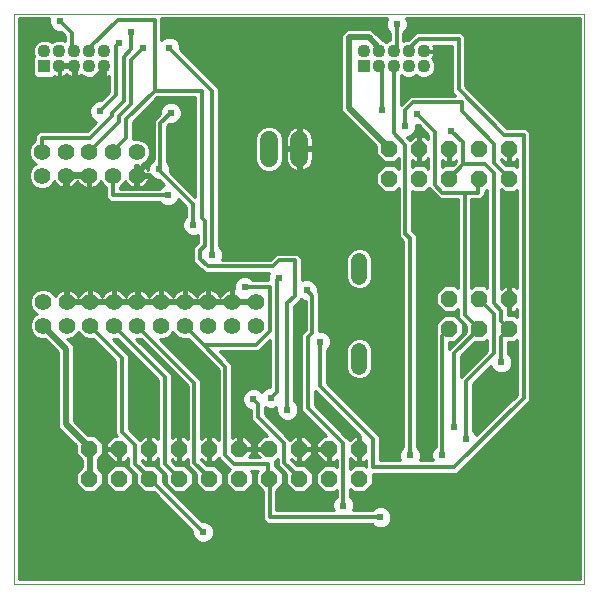
<source format=gtl>
G75*
%MOIN*%
%OFA0B0*%
%FSLAX24Y24*%
%IPPOS*%
%LPD*%
%AMOC8*
5,1,8,0,0,1.08239X$1,22.5*
%
%ADD10C,0.0000*%
%ADD11R,0.0436X0.0436*%
%ADD12C,0.0436*%
%ADD13OC8,0.0560*%
%ADD14C,0.0554*%
%ADD15C,0.0520*%
%ADD16C,0.0600*%
%ADD17C,0.0118*%
%ADD18C,0.0240*%
%ADD19C,0.0197*%
%ADD20C,0.0317*%
%ADD21C,0.0100*%
D10*
X001150Y001150D02*
X001150Y020150D01*
X020150Y020150D01*
X020150Y001150D01*
X001150Y001150D01*
D11*
X002150Y018400D03*
X012800Y018400D03*
D12*
X013300Y018400D03*
X013800Y018400D03*
X013800Y018900D03*
X013300Y018900D03*
X012800Y018900D03*
X014300Y018900D03*
X014800Y018900D03*
X014800Y018400D03*
X014300Y018400D03*
X004150Y018400D03*
X004150Y018900D03*
X003650Y018900D03*
X003650Y018400D03*
X003150Y018400D03*
X003150Y018900D03*
X002650Y018900D03*
X002650Y018400D03*
X002150Y018900D03*
D13*
X013650Y015650D03*
X014650Y015650D03*
X014650Y014650D03*
X013650Y014650D03*
X015650Y014650D03*
X015650Y015650D03*
X016650Y015650D03*
X017650Y015650D03*
X017650Y014650D03*
X016650Y014650D03*
X016650Y010650D03*
X017650Y010650D03*
X017650Y009650D03*
X016650Y009650D03*
X015650Y009650D03*
X015650Y010650D03*
X012650Y005650D03*
X012650Y004650D03*
X011650Y004650D03*
X010650Y004650D03*
X010650Y005650D03*
X011650Y005650D03*
X009650Y005650D03*
X009650Y004650D03*
X008650Y004650D03*
X008650Y005650D03*
X007650Y005650D03*
X006650Y005650D03*
X006650Y004650D03*
X007650Y004650D03*
X005650Y004650D03*
X005650Y005650D03*
X004650Y005650D03*
X003650Y005650D03*
X003650Y004650D03*
X004650Y004650D03*
D14*
X004469Y009756D03*
X003681Y009756D03*
X002894Y009756D03*
X002107Y009756D03*
X002107Y010544D03*
X002894Y010544D03*
X003681Y010544D03*
X004469Y010544D03*
X005256Y010544D03*
X005256Y009756D03*
X006044Y009756D03*
X006831Y009756D03*
X007619Y009756D03*
X008406Y009756D03*
X009193Y009756D03*
X009193Y010544D03*
X008406Y010544D03*
X007619Y010544D03*
X006831Y010544D03*
X006044Y010544D03*
X005225Y014756D03*
X005225Y015544D03*
X004437Y015544D03*
X003650Y015544D03*
X003650Y014756D03*
X004437Y014756D03*
X002863Y014756D03*
X002863Y015544D03*
X002075Y015544D03*
X002075Y014756D03*
D15*
X012650Y011910D02*
X012650Y011390D01*
X012650Y008910D02*
X012650Y008390D01*
D16*
X010650Y015350D02*
X010650Y015950D01*
X009650Y015950D02*
X009650Y015350D01*
D17*
X007744Y017587D02*
X007744Y012124D01*
X007597Y011731D02*
X007351Y011977D01*
X007351Y012272D01*
X007498Y012420D01*
X007498Y013256D01*
X007400Y013355D01*
X007400Y017587D01*
X005825Y017587D01*
X004890Y016652D01*
X004890Y016012D01*
X004447Y015569D01*
X004437Y015544D01*
X003660Y015569D02*
X003650Y015544D01*
X003660Y015569D02*
X004644Y016554D01*
X004644Y016750D01*
X005038Y017144D01*
X005038Y018620D01*
X005431Y019014D01*
X005038Y018965D02*
X005038Y019556D01*
X004644Y019162D02*
X004546Y019063D01*
X004546Y017439D01*
X004004Y016898D01*
X004398Y016849D02*
X004398Y016750D01*
X003660Y016012D01*
X002085Y016012D01*
X002085Y015569D01*
X002075Y015544D01*
X004437Y014756D02*
X004447Y014733D01*
X004447Y014093D01*
X006268Y014093D01*
X005973Y014930D02*
X005973Y014979D01*
X006022Y015028D01*
X006022Y016504D01*
X006367Y016849D01*
X005825Y017587D02*
X005825Y019949D01*
X004595Y019949D01*
X003709Y019063D01*
X003709Y018965D01*
X003660Y018916D01*
X003650Y018900D01*
X003150Y018900D02*
X003119Y018916D01*
X003069Y018965D01*
X003069Y019506D01*
X002676Y019900D01*
X004792Y018719D02*
X004792Y017243D01*
X004398Y016849D01*
X004792Y018719D02*
X005038Y018965D01*
X006317Y019014D02*
X007744Y017587D01*
X005973Y014930D02*
X007105Y013798D01*
X007105Y013109D01*
X007597Y011731D02*
X009762Y011731D01*
X009959Y011928D01*
X010500Y011928D01*
X010500Y010746D01*
X010254Y010500D01*
X010254Y006957D01*
X009713Y007351D02*
X009910Y007548D01*
X009910Y011288D01*
X009959Y011337D01*
X009664Y011042D02*
X009664Y009565D01*
X009221Y009122D01*
X007498Y009122D01*
X007474Y009098D01*
X006859Y009713D01*
X006831Y009756D01*
X007474Y009098D02*
X008187Y008384D01*
X008187Y005431D01*
X008483Y005136D01*
X009615Y005136D01*
X009615Y004693D01*
X009650Y004650D01*
X009664Y004595D01*
X009664Y003365D01*
X013355Y003365D01*
X012124Y003758D02*
X012124Y005825D01*
X010943Y007006D01*
X010943Y009369D01*
X011091Y009516D01*
X011091Y010746D01*
X010894Y010943D01*
X009664Y011042D02*
X008827Y011042D01*
X011337Y009221D02*
X011337Y007744D01*
X013109Y005973D01*
X013109Y005038D01*
X015815Y005038D01*
X018128Y007351D01*
X018128Y016111D01*
X017489Y016111D01*
X015963Y017636D01*
X015963Y019309D01*
X014634Y019309D01*
X014388Y019063D01*
X014388Y018965D01*
X014339Y018916D01*
X014300Y018900D01*
X013896Y018965D02*
X013847Y018916D01*
X013800Y018900D01*
X013896Y018965D02*
X013896Y019802D01*
X013800Y018400D02*
X013798Y018374D01*
X013798Y016160D01*
X014191Y015766D01*
X014191Y012813D01*
X014339Y012666D01*
X014339Y005431D01*
X015422Y005431D02*
X015422Y009418D01*
X015619Y009615D01*
X015650Y009650D01*
X016160Y010107D02*
X016160Y014191D01*
X015422Y014191D01*
X015176Y014437D01*
X015176Y016209D01*
X014585Y016800D01*
X014437Y017193D02*
X016061Y017193D01*
X016061Y016898D01*
X017144Y015815D01*
X017144Y015176D01*
X017636Y014683D01*
X017650Y014650D01*
X017144Y014831D02*
X016849Y015126D01*
X016111Y015126D01*
X015668Y014683D01*
X015650Y014650D01*
X016160Y014191D02*
X016603Y014191D01*
X016603Y014634D01*
X016650Y014650D01*
X017144Y014831D02*
X017144Y010500D01*
X017390Y010254D01*
X017390Y009910D01*
X017650Y009650D01*
X017636Y009615D01*
X017390Y009369D01*
X017390Y008532D01*
X017144Y008827D02*
X016209Y007892D01*
X016209Y005973D01*
X015815Y006367D02*
X015815Y008827D01*
X016603Y009615D01*
X016650Y009650D01*
X016603Y009664D01*
X016160Y010107D01*
X016650Y010650D02*
X017144Y010156D01*
X017144Y008827D01*
X016111Y015126D02*
X016111Y015865D01*
X015717Y016258D01*
X014437Y017193D02*
X014191Y016947D01*
X014191Y016406D01*
X013404Y016947D02*
X013404Y018276D01*
X013306Y018374D01*
X013300Y018400D01*
X005256Y009756D02*
X005284Y009713D01*
X007154Y007843D01*
X007154Y005185D01*
X007646Y004693D01*
X007650Y004650D01*
X006650Y004650D02*
X006613Y004693D01*
X006170Y005136D01*
X006170Y008040D01*
X004496Y009713D01*
X004469Y009756D01*
X003709Y009713D02*
X003681Y009756D01*
X003709Y009713D02*
X004743Y008680D01*
X004743Y006219D01*
X005185Y005776D01*
X005185Y005136D01*
X005628Y004693D01*
X005650Y004650D01*
X005678Y004644D01*
X007449Y002872D01*
X010156Y005185D02*
X010648Y004693D01*
X010650Y004650D01*
X010156Y005185D02*
X010156Y005825D01*
X009270Y006711D01*
X009270Y007154D01*
X009122Y007302D01*
D18*
X009122Y007302D03*
X009713Y007351D03*
X010254Y006957D03*
X011337Y009221D03*
X010894Y010943D03*
X009959Y011337D03*
X008827Y011042D03*
X007744Y012124D03*
X007105Y013109D03*
X006268Y014093D03*
X005973Y014979D03*
X006367Y016849D03*
X006317Y019014D03*
X005431Y019014D03*
X005038Y019556D03*
X004644Y019162D03*
X002676Y019900D03*
X004004Y016898D03*
X013404Y016947D03*
X014191Y016406D03*
X014585Y016800D03*
X015717Y016258D03*
X013896Y019802D03*
X017390Y008532D03*
X015815Y006367D03*
X016209Y005973D03*
X015422Y005431D03*
X014339Y005431D03*
X013355Y003365D03*
X012124Y003758D03*
X007449Y002872D03*
D19*
X008650Y005650D02*
X008680Y005678D01*
X008680Y008483D01*
X008483Y010550D02*
X008406Y010544D01*
X008384Y010550D01*
X007695Y010550D01*
X007619Y010544D01*
X007597Y010550D01*
X006908Y010550D01*
X006831Y010544D01*
X006809Y010550D01*
X006120Y010550D01*
X006044Y010544D01*
X006022Y010550D01*
X005333Y010550D01*
X005256Y010544D01*
X005235Y010550D01*
X004546Y010550D01*
X004469Y010544D01*
X004447Y010550D01*
X003758Y010550D01*
X003681Y010544D01*
X003660Y010550D01*
X002922Y010550D01*
X002894Y010544D01*
X002922Y010648D01*
X002922Y014683D01*
X002863Y014756D01*
X002872Y014782D01*
X003611Y014782D01*
X003650Y014756D01*
X005225Y014756D02*
X005235Y014782D01*
X005235Y014831D01*
X005727Y015323D01*
X005727Y016898D01*
X004103Y018227D02*
X004103Y018374D01*
X004150Y018400D01*
X004103Y018227D02*
X003807Y017931D01*
X003168Y017931D01*
X003168Y018325D01*
X003150Y018400D01*
X003119Y018424D01*
X002676Y018424D01*
X002650Y018400D01*
X008483Y010550D02*
X009172Y010550D01*
X009193Y010544D01*
X013650Y015650D02*
X013650Y015668D01*
X012321Y016996D01*
X012321Y019359D01*
X012961Y019359D01*
X013256Y019063D01*
X013256Y018916D01*
X013300Y018900D01*
X002872Y008975D02*
X002134Y009713D01*
X002107Y009756D01*
X002872Y008975D02*
X002872Y006465D01*
X003611Y005727D01*
X003650Y005650D01*
X003660Y005628D01*
X003660Y004693D01*
X003650Y004650D01*
D20*
X006677Y007498D03*
X007002Y008948D03*
X008680Y008483D03*
X005502Y012448D03*
X002502Y012448D03*
X005727Y016898D03*
X010002Y012948D03*
X014977Y011398D03*
X016652Y012998D03*
X016277Y008673D03*
X014977Y007898D03*
X017227Y007398D03*
X016502Y003948D03*
D21*
X015909Y004811D02*
X016043Y004944D01*
X018356Y007257D01*
X020000Y007257D01*
X020000Y007159D02*
X018257Y007159D01*
X018356Y007257D02*
X018356Y016205D01*
X018222Y016338D01*
X017583Y016338D01*
X016190Y017730D01*
X016190Y019404D01*
X016057Y019537D01*
X014540Y019537D01*
X014407Y019404D01*
X014290Y019286D01*
X014223Y019286D01*
X014123Y019245D01*
X014123Y019510D01*
X014207Y019594D01*
X014263Y019729D01*
X014263Y019875D01*
X014211Y020000D01*
X020000Y020000D01*
X020000Y001300D01*
X001300Y001300D01*
X001300Y020000D01*
X002320Y020000D01*
X002309Y019973D01*
X002309Y019827D01*
X002365Y019692D01*
X002468Y019589D01*
X002603Y019533D01*
X002721Y019533D01*
X002842Y019412D01*
X002842Y019238D01*
X002727Y019286D01*
X002573Y019286D01*
X002431Y019227D01*
X002400Y019196D01*
X002369Y019227D01*
X002227Y019286D01*
X002073Y019286D01*
X001931Y019227D01*
X001823Y019119D01*
X001764Y018977D01*
X001764Y018823D01*
X001803Y018727D01*
X001764Y018688D01*
X001764Y018112D01*
X001862Y018014D01*
X002438Y018014D01*
X002491Y018067D01*
X002543Y018046D01*
X002614Y018032D01*
X002641Y018032D01*
X002641Y018391D01*
X002659Y018391D01*
X002659Y018032D01*
X002686Y018032D01*
X002757Y018046D01*
X002824Y018074D01*
X002885Y018114D01*
X002900Y018129D01*
X002915Y018114D01*
X002976Y018074D01*
X003043Y018046D01*
X003114Y018032D01*
X003141Y018032D01*
X003141Y018391D01*
X003159Y018391D01*
X003159Y018032D01*
X003186Y018032D01*
X003257Y018046D01*
X003324Y018074D01*
X003385Y018114D01*
X003387Y018117D01*
X003431Y018073D01*
X003573Y018014D01*
X003727Y018014D01*
X003869Y018073D01*
X003913Y018117D01*
X003915Y018114D01*
X003976Y018074D01*
X004043Y018046D01*
X004114Y018032D01*
X004141Y018032D01*
X004141Y018391D01*
X004159Y018391D01*
X004159Y018032D01*
X004186Y018032D01*
X004257Y018046D01*
X004319Y018071D01*
X004319Y017533D01*
X004050Y017265D01*
X003931Y017265D01*
X003797Y017209D01*
X003693Y017106D01*
X003637Y016971D01*
X003637Y016825D01*
X003693Y016690D01*
X003797Y016587D01*
X003879Y016553D01*
X003566Y016239D01*
X001991Y016239D01*
X001858Y016106D01*
X001858Y015936D01*
X001823Y015921D01*
X001698Y015796D01*
X001630Y015632D01*
X001630Y015455D01*
X001698Y015291D01*
X001823Y015166D01*
X001862Y015150D01*
X001823Y015134D01*
X001698Y015009D01*
X001630Y014845D01*
X001630Y014668D01*
X001698Y014504D01*
X001823Y014379D01*
X001987Y014311D01*
X002164Y014311D01*
X002327Y014379D01*
X002453Y014504D01*
X002479Y014568D01*
X002497Y014532D01*
X002537Y014478D01*
X002584Y014430D01*
X002639Y014391D01*
X002699Y014360D01*
X002763Y014340D01*
X002824Y014330D01*
X002824Y014718D01*
X002901Y014718D01*
X002901Y014795D01*
X003611Y014795D01*
X003611Y014718D01*
X003224Y014718D01*
X002901Y014718D01*
X002901Y014330D01*
X002963Y014340D01*
X003027Y014360D01*
X003086Y014391D01*
X003141Y014430D01*
X003188Y014478D01*
X003228Y014532D01*
X003256Y014588D01*
X003285Y014532D01*
X003324Y014478D01*
X003372Y014430D01*
X003426Y014391D01*
X003486Y014360D01*
X003550Y014340D01*
X003611Y014330D01*
X003611Y014718D01*
X003689Y014718D01*
X003689Y014330D01*
X003750Y014340D01*
X003814Y014360D01*
X003874Y014391D01*
X003928Y014430D01*
X003976Y014478D01*
X004015Y014532D01*
X004033Y014568D01*
X004060Y014504D01*
X004185Y014379D01*
X004220Y014364D01*
X004220Y013999D01*
X004353Y013866D01*
X005976Y013866D01*
X006060Y013782D01*
X006195Y013726D01*
X006341Y013726D01*
X006476Y013782D01*
X006579Y013885D01*
X006613Y013968D01*
X006878Y013704D01*
X006878Y013400D01*
X006794Y013316D01*
X006738Y013182D01*
X006738Y013036D01*
X006794Y012901D01*
X006897Y012798D01*
X007032Y012742D01*
X007178Y012742D01*
X007271Y012781D01*
X007271Y012514D01*
X007257Y012499D01*
X007124Y012366D01*
X007124Y011883D01*
X007370Y011637D01*
X007503Y011504D01*
X009631Y011504D01*
X009592Y011410D01*
X009592Y011269D01*
X009119Y011269D01*
X009035Y011353D01*
X008900Y011409D01*
X008754Y011409D01*
X008619Y011353D01*
X008516Y011250D01*
X008460Y011115D01*
X008460Y010969D01*
X008461Y010967D01*
X008444Y010970D01*
X008444Y010582D01*
X008367Y010582D01*
X008367Y010505D01*
X007980Y010505D01*
X007657Y010505D01*
X007657Y010582D01*
X008367Y010582D01*
X008367Y010970D01*
X008306Y010960D01*
X008242Y010940D01*
X008182Y010909D01*
X008128Y010870D01*
X008080Y010822D01*
X008041Y010768D01*
X008012Y010712D01*
X007984Y010768D01*
X007944Y010822D01*
X007897Y010870D01*
X007842Y010909D01*
X007782Y010940D01*
X007719Y010960D01*
X007657Y010970D01*
X007657Y010582D01*
X007580Y010582D01*
X007580Y010505D01*
X007192Y010505D01*
X006870Y010505D01*
X006870Y010582D01*
X007580Y010582D01*
X007580Y010970D01*
X007518Y010960D01*
X007455Y010940D01*
X007395Y010909D01*
X007340Y010870D01*
X007293Y010822D01*
X007253Y010768D01*
X007225Y010712D01*
X007196Y010768D01*
X007157Y010822D01*
X007109Y010870D01*
X007055Y010909D01*
X006995Y010940D01*
X006931Y010960D01*
X006870Y010970D01*
X006870Y010582D01*
X006793Y010582D01*
X006793Y010970D01*
X006731Y010960D01*
X006667Y010940D01*
X006607Y010909D01*
X006553Y010870D01*
X006505Y010822D01*
X006466Y010768D01*
X006437Y010712D01*
X006409Y010768D01*
X006370Y010822D01*
X006322Y010870D01*
X006268Y010909D01*
X006208Y010940D01*
X006144Y010960D01*
X006082Y010970D01*
X006082Y010582D01*
X006793Y010582D01*
X006793Y010505D01*
X006405Y010505D01*
X006082Y010505D01*
X006082Y010582D01*
X006005Y010582D01*
X006005Y010505D01*
X005617Y010505D01*
X005295Y010505D01*
X005295Y010582D01*
X006005Y010582D01*
X006005Y010970D01*
X005944Y010960D01*
X005880Y010940D01*
X005820Y010909D01*
X005765Y010870D01*
X005718Y010822D01*
X005678Y010768D01*
X005650Y010712D01*
X005622Y010768D01*
X005582Y010822D01*
X005535Y010870D01*
X005480Y010909D01*
X005420Y010940D01*
X005356Y010960D01*
X005295Y010970D01*
X005295Y010582D01*
X005218Y010582D01*
X005218Y010505D01*
X004830Y010505D01*
X004507Y010505D01*
X004507Y010582D01*
X004430Y010582D01*
X004430Y010505D01*
X004043Y010505D01*
X003720Y010505D01*
X003720Y010582D01*
X004430Y010582D01*
X004430Y010970D01*
X004369Y010960D01*
X004305Y010940D01*
X004245Y010909D01*
X004191Y010870D01*
X004143Y010822D01*
X004104Y010768D01*
X004075Y010712D01*
X004047Y010768D01*
X004007Y010822D01*
X003960Y010870D01*
X003905Y010909D01*
X003845Y010940D01*
X003782Y010960D01*
X003720Y010970D01*
X003720Y010582D01*
X003643Y010582D01*
X003643Y010505D01*
X003255Y010505D01*
X002933Y010505D01*
X002933Y010582D01*
X003643Y010582D01*
X003643Y010970D01*
X003581Y010960D01*
X003518Y010940D01*
X003458Y010909D01*
X003403Y010870D01*
X003356Y010822D01*
X003316Y010768D01*
X003288Y010712D01*
X003259Y010768D01*
X003220Y010822D01*
X003172Y010870D01*
X003118Y010909D01*
X003058Y010940D01*
X002994Y010960D01*
X002933Y010970D01*
X002933Y010582D01*
X002856Y010582D01*
X002856Y010970D01*
X002794Y010960D01*
X002730Y010940D01*
X002670Y010909D01*
X002616Y010870D01*
X002568Y010822D01*
X002529Y010768D01*
X002511Y010732D01*
X002484Y010796D01*
X002359Y010921D01*
X002195Y010989D01*
X002018Y010989D01*
X001854Y010921D01*
X001729Y010796D01*
X001661Y010632D01*
X001661Y010455D01*
X001729Y010291D01*
X001854Y010166D01*
X001894Y010150D01*
X001854Y010134D01*
X001729Y010009D01*
X001661Y009845D01*
X001661Y009668D01*
X001729Y009504D01*
X001854Y009379D01*
X002018Y009311D01*
X002159Y009311D01*
X002606Y008864D01*
X002606Y006412D01*
X002646Y006314D01*
X002721Y006239D01*
X003202Y005759D01*
X003202Y005464D01*
X003393Y005273D01*
X003393Y005027D01*
X003202Y004836D01*
X003202Y004464D01*
X003464Y004202D01*
X003836Y004202D01*
X004098Y004464D01*
X004098Y004836D01*
X003926Y005007D01*
X003926Y005293D01*
X004098Y005464D01*
X004098Y005836D01*
X003836Y006098D01*
X003616Y006098D01*
X003139Y006575D01*
X003139Y009028D01*
X003098Y009126D01*
X002913Y009311D01*
X002983Y009311D01*
X003146Y009379D01*
X003272Y009504D01*
X003288Y009543D01*
X003304Y009504D01*
X003429Y009379D01*
X003593Y009311D01*
X003770Y009311D01*
X003784Y009317D01*
X004515Y008585D01*
X004515Y006125D01*
X004560Y006080D01*
X004472Y006080D01*
X004220Y005828D01*
X004220Y005690D01*
X004610Y005690D01*
X004610Y005610D01*
X004690Y005610D01*
X004690Y005220D01*
X004828Y005220D01*
X004958Y005350D01*
X004958Y005042D01*
X005202Y004799D01*
X005202Y004464D01*
X005464Y004202D01*
X005799Y004202D01*
X007082Y002918D01*
X007082Y002799D01*
X007138Y002665D01*
X007241Y002561D01*
X007376Y002506D01*
X007522Y002506D01*
X007657Y002561D01*
X007760Y002665D01*
X007816Y002799D01*
X007816Y002945D01*
X007760Y003080D01*
X007657Y003183D01*
X007522Y003239D01*
X007404Y003239D01*
X006098Y004545D01*
X006098Y004836D01*
X005836Y005098D01*
X005545Y005098D01*
X005413Y005230D01*
X005413Y005279D01*
X005472Y005220D01*
X005610Y005220D01*
X005610Y005610D01*
X005690Y005610D01*
X005690Y005220D01*
X005828Y005220D01*
X005943Y005334D01*
X005943Y005042D01*
X006202Y004783D01*
X006202Y004464D01*
X006464Y004202D01*
X006836Y004202D01*
X007098Y004464D01*
X007098Y004836D01*
X006836Y005098D01*
X006529Y005098D01*
X006397Y005230D01*
X006397Y005295D01*
X006472Y005220D01*
X006610Y005220D01*
X006610Y005610D01*
X006690Y005610D01*
X006690Y005220D01*
X006828Y005220D01*
X006927Y005319D01*
X006927Y005091D01*
X007202Y004816D01*
X007202Y004464D01*
X007464Y004202D01*
X007836Y004202D01*
X008098Y004464D01*
X008098Y004836D01*
X007836Y005098D01*
X007563Y005098D01*
X007381Y005280D01*
X007381Y005311D01*
X007472Y005220D01*
X007610Y005220D01*
X007610Y005610D01*
X007690Y005610D01*
X007690Y005220D01*
X007828Y005220D01*
X007960Y005352D01*
X007960Y005337D01*
X008256Y005042D01*
X008332Y004966D01*
X008202Y004836D01*
X008202Y004464D01*
X008464Y004202D01*
X008836Y004202D01*
X009098Y004464D01*
X009098Y004836D01*
X009025Y004909D01*
X009275Y004909D01*
X009202Y004836D01*
X009202Y004464D01*
X009437Y004230D01*
X009437Y003270D01*
X009570Y003137D01*
X013063Y003137D01*
X013147Y003054D01*
X013282Y002998D01*
X013428Y002998D01*
X013563Y003054D01*
X013666Y003157D01*
X013722Y003292D01*
X013722Y003438D01*
X013666Y003572D01*
X013563Y003676D01*
X013428Y003731D01*
X013282Y003731D01*
X013147Y003676D01*
X013063Y003592D01*
X012453Y003592D01*
X012491Y003685D01*
X012491Y003831D01*
X012435Y003966D01*
X012352Y004050D01*
X012352Y004315D01*
X012464Y004202D01*
X012836Y004202D01*
X013098Y004464D01*
X013098Y004811D01*
X015909Y004811D01*
X015992Y004893D02*
X020000Y004893D01*
X020000Y004795D02*
X013098Y004795D01*
X013098Y004696D02*
X020000Y004696D01*
X020000Y004598D02*
X013098Y004598D01*
X013098Y004499D02*
X020000Y004499D01*
X020000Y004401D02*
X013034Y004401D01*
X012936Y004302D02*
X020000Y004302D01*
X020000Y004204D02*
X012837Y004204D01*
X012463Y004204D02*
X012352Y004204D01*
X012352Y004302D02*
X012364Y004302D01*
X012352Y004105D02*
X020000Y004105D01*
X020000Y004007D02*
X012395Y004007D01*
X012459Y003908D02*
X020000Y003908D01*
X020000Y003810D02*
X012491Y003810D01*
X012491Y003711D02*
X013232Y003711D01*
X013084Y003613D02*
X012461Y003613D01*
X011796Y003592D02*
X009891Y003592D01*
X009891Y004257D01*
X010098Y004464D01*
X010098Y004836D01*
X009842Y005092D01*
X009842Y005230D01*
X009840Y005232D01*
X009929Y005321D01*
X009929Y005091D01*
X010202Y004818D01*
X010202Y004464D01*
X010464Y004202D01*
X010836Y004202D01*
X011098Y004464D01*
X011098Y004836D01*
X010836Y005098D01*
X010564Y005098D01*
X010383Y005280D01*
X010383Y005309D01*
X010472Y005220D01*
X010610Y005220D01*
X010610Y005610D01*
X010690Y005610D01*
X010690Y005690D01*
X010610Y005690D01*
X010610Y006080D01*
X010472Y006080D01*
X010347Y005955D01*
X010250Y006052D01*
X009497Y006805D01*
X009497Y007048D01*
X009505Y007040D01*
X009640Y006984D01*
X009786Y006984D01*
X009887Y007026D01*
X009887Y006884D01*
X009943Y006749D01*
X010047Y006646D01*
X010181Y006590D01*
X010327Y006590D01*
X010462Y006646D01*
X010565Y006749D01*
X010621Y006884D01*
X010621Y007030D01*
X010565Y007165D01*
X010481Y007249D01*
X010481Y010406D01*
X010594Y010519D01*
X010594Y010519D01*
X010701Y010626D01*
X010821Y010576D01*
X010864Y010576D01*
X010864Y009610D01*
X010849Y009596D01*
X010716Y009463D01*
X010716Y006912D01*
X011548Y006080D01*
X011472Y006080D01*
X011220Y005828D01*
X011220Y005690D01*
X011610Y005690D01*
X011610Y005610D01*
X011690Y005610D01*
X011690Y005220D01*
X011828Y005220D01*
X011897Y005289D01*
X011897Y005036D01*
X011836Y005098D01*
X011464Y005098D01*
X011202Y004836D01*
X011202Y004464D01*
X011464Y004202D01*
X011836Y004202D01*
X011897Y004264D01*
X011897Y004050D01*
X011813Y003966D01*
X011758Y003831D01*
X011758Y003685D01*
X011796Y003592D01*
X011788Y003613D02*
X009891Y003613D01*
X009891Y003711D02*
X011758Y003711D01*
X011758Y003810D02*
X009891Y003810D01*
X009891Y003908D02*
X011789Y003908D01*
X011854Y004007D02*
X009891Y004007D01*
X009891Y004105D02*
X011897Y004105D01*
X011897Y004204D02*
X011837Y004204D01*
X011463Y004204D02*
X010837Y004204D01*
X010936Y004302D02*
X011364Y004302D01*
X011266Y004401D02*
X011034Y004401D01*
X011098Y004499D02*
X011202Y004499D01*
X011202Y004598D02*
X011098Y004598D01*
X011098Y004696D02*
X011202Y004696D01*
X011202Y004795D02*
X011098Y004795D01*
X011041Y004893D02*
X011259Y004893D01*
X011358Y004992D02*
X010942Y004992D01*
X010844Y005090D02*
X011456Y005090D01*
X011472Y005220D02*
X011610Y005220D01*
X011610Y005610D01*
X011220Y005610D01*
X011220Y005472D01*
X011472Y005220D01*
X011405Y005287D02*
X010895Y005287D01*
X010828Y005220D02*
X011080Y005472D01*
X011080Y005610D01*
X010690Y005610D01*
X010690Y005220D01*
X010828Y005220D01*
X010690Y005287D02*
X010610Y005287D01*
X010610Y005386D02*
X010690Y005386D01*
X010690Y005484D02*
X010610Y005484D01*
X010610Y005583D02*
X010690Y005583D01*
X010690Y005681D02*
X011610Y005681D01*
X011610Y005583D02*
X011690Y005583D01*
X011690Y005484D02*
X011610Y005484D01*
X011610Y005386D02*
X011690Y005386D01*
X011690Y005287D02*
X011610Y005287D01*
X011895Y005287D02*
X011897Y005287D01*
X011897Y005189D02*
X010474Y005189D01*
X010405Y005287D02*
X010383Y005287D01*
X010029Y004992D02*
X009942Y004992D01*
X009930Y005090D02*
X009844Y005090D01*
X009842Y005189D02*
X009929Y005189D01*
X009929Y005287D02*
X009895Y005287D01*
X010041Y004893D02*
X010127Y004893D01*
X010098Y004795D02*
X010202Y004795D01*
X010202Y004696D02*
X010098Y004696D01*
X010098Y004598D02*
X010202Y004598D01*
X010202Y004499D02*
X010098Y004499D01*
X010034Y004401D02*
X010266Y004401D01*
X010364Y004302D02*
X009936Y004302D01*
X009891Y004204D02*
X010463Y004204D01*
X009437Y004204D02*
X008837Y004204D01*
X008936Y004302D02*
X009364Y004302D01*
X009266Y004401D02*
X009034Y004401D01*
X009098Y004499D02*
X009202Y004499D01*
X009202Y004598D02*
X009098Y004598D01*
X009098Y004696D02*
X009202Y004696D01*
X009202Y004795D02*
X009098Y004795D01*
X009041Y004893D02*
X009259Y004893D01*
X009329Y005363D02*
X008971Y005363D01*
X009080Y005472D01*
X009080Y005610D01*
X008690Y005610D01*
X008690Y005690D01*
X008610Y005690D01*
X008610Y006080D01*
X008472Y006080D01*
X008415Y006023D01*
X008415Y008478D01*
X008281Y008611D01*
X007998Y008895D01*
X009315Y008895D01*
X009448Y009028D01*
X009683Y009263D01*
X009683Y007718D01*
X009640Y007718D01*
X009505Y007662D01*
X009402Y007559D01*
X009397Y007546D01*
X009330Y007613D01*
X009195Y007668D01*
X009049Y007668D01*
X008915Y007613D01*
X008811Y007509D01*
X008756Y007375D01*
X008756Y007229D01*
X008811Y007094D01*
X008915Y006991D01*
X009043Y006937D01*
X009043Y006617D01*
X009580Y006080D01*
X009472Y006080D01*
X009220Y005828D01*
X009220Y005690D01*
X009610Y005690D01*
X009610Y005610D01*
X009220Y005610D01*
X009220Y005472D01*
X009329Y005363D01*
X009306Y005386D02*
X008994Y005386D01*
X009080Y005484D02*
X009220Y005484D01*
X009220Y005583D02*
X009080Y005583D01*
X009080Y005690D02*
X009080Y005828D01*
X008828Y006080D01*
X008690Y006080D01*
X008690Y005690D01*
X009080Y005690D01*
X009080Y005780D02*
X009220Y005780D01*
X009270Y005878D02*
X009030Y005878D01*
X008932Y005977D02*
X009368Y005977D01*
X009467Y006075D02*
X008833Y006075D01*
X008690Y006075D02*
X008610Y006075D01*
X008610Y005977D02*
X008690Y005977D01*
X008690Y005878D02*
X008610Y005878D01*
X008610Y005780D02*
X008690Y005780D01*
X008690Y005681D02*
X009610Y005681D01*
X009486Y006174D02*
X008415Y006174D01*
X008415Y006272D02*
X009388Y006272D01*
X009289Y006371D02*
X008415Y006371D01*
X008415Y006469D02*
X009191Y006469D01*
X009092Y006568D02*
X008415Y006568D01*
X008415Y006666D02*
X009043Y006666D01*
X009043Y006765D02*
X008415Y006765D01*
X008415Y006863D02*
X009043Y006863D01*
X008985Y006962D02*
X008415Y006962D01*
X008415Y007060D02*
X008845Y007060D01*
X008785Y007159D02*
X008415Y007159D01*
X008415Y007257D02*
X008756Y007257D01*
X008756Y007356D02*
X008415Y007356D01*
X008415Y007454D02*
X008789Y007454D01*
X008855Y007553D02*
X008415Y007553D01*
X008415Y007651D02*
X009007Y007651D01*
X009237Y007651D02*
X009494Y007651D01*
X009399Y007553D02*
X009390Y007553D01*
X009683Y007750D02*
X008415Y007750D01*
X008415Y007848D02*
X009683Y007848D01*
X009683Y007947D02*
X008415Y007947D01*
X008415Y008045D02*
X009683Y008045D01*
X009683Y008144D02*
X008415Y008144D01*
X008415Y008242D02*
X009683Y008242D01*
X009683Y008341D02*
X008415Y008341D01*
X008415Y008439D02*
X009683Y008439D01*
X009683Y008538D02*
X008355Y008538D01*
X008257Y008636D02*
X009683Y008636D01*
X009683Y008735D02*
X008158Y008735D01*
X008060Y008833D02*
X009683Y008833D01*
X009683Y008932D02*
X009351Y008932D01*
X009450Y009030D02*
X009683Y009030D01*
X009683Y009129D02*
X009548Y009129D01*
X009647Y009227D02*
X009683Y009227D01*
X010481Y009227D02*
X010716Y009227D01*
X010716Y009129D02*
X010481Y009129D01*
X010481Y009030D02*
X010716Y009030D01*
X010716Y008932D02*
X010481Y008932D01*
X010481Y008833D02*
X010716Y008833D01*
X010716Y008735D02*
X010481Y008735D01*
X010481Y008636D02*
X010716Y008636D01*
X010716Y008538D02*
X010481Y008538D01*
X010481Y008439D02*
X010716Y008439D01*
X010716Y008341D02*
X010481Y008341D01*
X010481Y008242D02*
X010716Y008242D01*
X010716Y008144D02*
X010481Y008144D01*
X010481Y008045D02*
X010716Y008045D01*
X010716Y007947D02*
X010481Y007947D01*
X010481Y007848D02*
X010716Y007848D01*
X010716Y007750D02*
X010481Y007750D01*
X010481Y007651D02*
X010716Y007651D01*
X010716Y007553D02*
X010481Y007553D01*
X010481Y007454D02*
X010716Y007454D01*
X010716Y007356D02*
X010481Y007356D01*
X010481Y007257D02*
X010716Y007257D01*
X010716Y007159D02*
X010568Y007159D01*
X010609Y007060D02*
X010716Y007060D01*
X010716Y006962D02*
X010621Y006962D01*
X010612Y006863D02*
X010765Y006863D01*
X010864Y006765D02*
X010572Y006765D01*
X010482Y006666D02*
X010962Y006666D01*
X011061Y006568D02*
X009735Y006568D01*
X009636Y006666D02*
X010027Y006666D01*
X009937Y006765D02*
X009538Y006765D01*
X009497Y006863D02*
X009896Y006863D01*
X009887Y006962D02*
X009497Y006962D01*
X009833Y006469D02*
X011159Y006469D01*
X011258Y006371D02*
X009932Y006371D01*
X010030Y006272D02*
X011356Y006272D01*
X011455Y006174D02*
X010129Y006174D01*
X010227Y006075D02*
X010467Y006075D01*
X010368Y005977D02*
X010326Y005977D01*
X010610Y005977D02*
X010690Y005977D01*
X010690Y006075D02*
X010610Y006075D01*
X010690Y006080D02*
X010690Y005690D01*
X011080Y005690D01*
X011080Y005828D01*
X010828Y006080D01*
X010690Y006080D01*
X010833Y006075D02*
X011467Y006075D01*
X011368Y005977D02*
X010932Y005977D01*
X011030Y005878D02*
X011270Y005878D01*
X011220Y005780D02*
X011080Y005780D01*
X011080Y005583D02*
X011220Y005583D01*
X011220Y005484D02*
X011080Y005484D01*
X010994Y005386D02*
X011306Y005386D01*
X011844Y005090D02*
X011897Y005090D01*
X012352Y005090D02*
X012456Y005090D01*
X012464Y005098D02*
X012352Y004985D01*
X012352Y005340D01*
X012472Y005220D01*
X012610Y005220D01*
X012610Y005610D01*
X012690Y005610D01*
X012690Y005220D01*
X012828Y005220D01*
X012881Y005273D01*
X012881Y005052D01*
X012836Y005098D01*
X012464Y005098D01*
X012352Y005189D02*
X012881Y005189D01*
X012881Y005090D02*
X012844Y005090D01*
X012690Y005287D02*
X012610Y005287D01*
X012610Y005386D02*
X012690Y005386D01*
X012690Y005484D02*
X012610Y005484D01*
X012610Y005583D02*
X012690Y005583D01*
X012690Y005690D02*
X012690Y006070D01*
X011243Y007517D01*
X011170Y007590D01*
X011170Y007100D01*
X012219Y006052D01*
X012331Y005939D01*
X012472Y006080D01*
X012610Y006080D01*
X012610Y005690D01*
X012690Y005690D01*
X012690Y005780D02*
X012610Y005780D01*
X012610Y005878D02*
X012690Y005878D01*
X012690Y005977D02*
X012610Y005977D01*
X012610Y006075D02*
X012685Y006075D01*
X012587Y006174D02*
X012097Y006174D01*
X011999Y006272D02*
X012488Y006272D01*
X012390Y006371D02*
X011900Y006371D01*
X011802Y006469D02*
X012291Y006469D01*
X012193Y006568D02*
X011703Y006568D01*
X011605Y006666D02*
X012094Y006666D01*
X011996Y006765D02*
X011506Y006765D01*
X011408Y006863D02*
X011897Y006863D01*
X011799Y006962D02*
X011309Y006962D01*
X011211Y007060D02*
X011700Y007060D01*
X011602Y007159D02*
X011170Y007159D01*
X011170Y007257D02*
X011503Y007257D01*
X011405Y007356D02*
X011170Y007356D01*
X011170Y007454D02*
X011306Y007454D01*
X011208Y007553D02*
X011170Y007553D01*
X011564Y007839D02*
X011564Y008929D01*
X011648Y009013D01*
X011704Y009148D01*
X011704Y009294D01*
X011648Y009429D01*
X011545Y009532D01*
X011410Y009588D01*
X011318Y009588D01*
X011318Y010841D01*
X011261Y010898D01*
X011261Y011016D01*
X011205Y011151D01*
X011102Y011254D01*
X010967Y011310D01*
X010821Y011310D01*
X010728Y011271D01*
X010728Y012022D01*
X010594Y012155D01*
X009865Y012155D01*
X009732Y012022D01*
X009668Y011958D01*
X008073Y011958D01*
X008111Y012051D01*
X008111Y012197D01*
X008055Y012332D01*
X007972Y012416D01*
X007972Y017681D01*
X007839Y017814D01*
X006684Y018969D01*
X006684Y019087D01*
X006628Y019222D01*
X006525Y019325D01*
X006390Y019381D01*
X006244Y019381D01*
X006110Y019325D01*
X006052Y019268D01*
X006052Y020000D01*
X013581Y020000D01*
X013529Y019875D01*
X013529Y019729D01*
X013585Y019594D01*
X013669Y019510D01*
X013669Y019264D01*
X013581Y019227D01*
X013550Y019196D01*
X013518Y019227D01*
X013434Y019262D01*
X013187Y019510D01*
X013112Y019585D01*
X013014Y019625D01*
X012268Y019625D01*
X012170Y019585D01*
X012095Y019510D01*
X012055Y019412D01*
X012055Y016943D01*
X012095Y016845D01*
X013202Y015739D01*
X013202Y015464D01*
X013464Y015202D01*
X013836Y015202D01*
X013964Y015330D01*
X013964Y014970D01*
X013836Y015098D01*
X013464Y015098D01*
X013202Y014836D01*
X013202Y014464D01*
X013464Y014202D01*
X013836Y014202D01*
X013964Y014330D01*
X013964Y012719D01*
X014112Y012572D01*
X014112Y005723D01*
X014028Y005639D01*
X013972Y005504D01*
X013972Y005359D01*
X014011Y005265D01*
X013336Y005265D01*
X013336Y006067D01*
X011564Y007839D01*
X011564Y007848D02*
X014112Y007848D01*
X014112Y007750D02*
X011653Y007750D01*
X011752Y007651D02*
X014112Y007651D01*
X014112Y007553D02*
X011850Y007553D01*
X011949Y007454D02*
X014112Y007454D01*
X014112Y007356D02*
X012047Y007356D01*
X012146Y007257D02*
X014112Y007257D01*
X014112Y007159D02*
X012244Y007159D01*
X012343Y007060D02*
X014112Y007060D01*
X014112Y006962D02*
X012441Y006962D01*
X012540Y006863D02*
X014112Y006863D01*
X014112Y006765D02*
X012638Y006765D01*
X012737Y006666D02*
X014112Y006666D01*
X014112Y006568D02*
X012835Y006568D01*
X012934Y006469D02*
X014112Y006469D01*
X014112Y006371D02*
X013032Y006371D01*
X013131Y006272D02*
X014112Y006272D01*
X014112Y006174D02*
X013229Y006174D01*
X013328Y006075D02*
X014112Y006075D01*
X014112Y005977D02*
X013336Y005977D01*
X013336Y005878D02*
X014112Y005878D01*
X014112Y005780D02*
X013336Y005780D01*
X013336Y005681D02*
X014070Y005681D01*
X014004Y005583D02*
X013336Y005583D01*
X013336Y005484D02*
X013972Y005484D01*
X013972Y005386D02*
X013336Y005386D01*
X013336Y005287D02*
X014002Y005287D01*
X014667Y005265D02*
X014706Y005359D01*
X014706Y005504D01*
X014650Y005639D01*
X014566Y005723D01*
X014566Y012760D01*
X014433Y012893D01*
X014419Y012907D01*
X014419Y014248D01*
X014464Y014202D01*
X014836Y014202D01*
X014963Y014329D01*
X015194Y014097D01*
X015328Y013964D01*
X015933Y013964D01*
X015933Y011001D01*
X015836Y011098D01*
X015464Y011098D01*
X015202Y010836D01*
X015202Y010464D01*
X015464Y010202D01*
X015836Y010202D01*
X015933Y010299D01*
X015933Y010013D01*
X016066Y009880D01*
X016202Y009743D01*
X016202Y009535D01*
X015721Y009054D01*
X015649Y008982D01*
X015649Y009202D01*
X015836Y009202D01*
X016098Y009464D01*
X016098Y009836D01*
X015836Y010098D01*
X015464Y010098D01*
X015202Y009836D01*
X015202Y009519D01*
X015194Y009512D01*
X015194Y005723D01*
X015111Y005639D01*
X015055Y005504D01*
X015055Y005359D01*
X015094Y005265D01*
X014667Y005265D01*
X014676Y005287D02*
X015084Y005287D01*
X015055Y005386D02*
X014706Y005386D01*
X014706Y005484D02*
X015055Y005484D01*
X015087Y005583D02*
X014674Y005583D01*
X014608Y005681D02*
X015152Y005681D01*
X015194Y005780D02*
X014566Y005780D01*
X014566Y005878D02*
X015194Y005878D01*
X015194Y005977D02*
X014566Y005977D01*
X014566Y006075D02*
X015194Y006075D01*
X015194Y006174D02*
X014566Y006174D01*
X014566Y006272D02*
X015194Y006272D01*
X015194Y006371D02*
X014566Y006371D01*
X014566Y006469D02*
X015194Y006469D01*
X015194Y006568D02*
X014566Y006568D01*
X014566Y006666D02*
X015194Y006666D01*
X015194Y006765D02*
X014566Y006765D01*
X014566Y006863D02*
X015194Y006863D01*
X015194Y006962D02*
X014566Y006962D01*
X014566Y007060D02*
X015194Y007060D01*
X015194Y007159D02*
X014566Y007159D01*
X014566Y007257D02*
X015194Y007257D01*
X015194Y007356D02*
X014566Y007356D01*
X014566Y007454D02*
X015194Y007454D01*
X015194Y007553D02*
X014566Y007553D01*
X014566Y007651D02*
X015194Y007651D01*
X015194Y007750D02*
X014566Y007750D01*
X014566Y007848D02*
X015194Y007848D01*
X015194Y007947D02*
X014566Y007947D01*
X014566Y008045D02*
X015194Y008045D01*
X015194Y008144D02*
X014566Y008144D01*
X014566Y008242D02*
X015194Y008242D01*
X015194Y008341D02*
X014566Y008341D01*
X014566Y008439D02*
X015194Y008439D01*
X015194Y008538D02*
X014566Y008538D01*
X014566Y008636D02*
X015194Y008636D01*
X015194Y008735D02*
X014566Y008735D01*
X014566Y008833D02*
X015194Y008833D01*
X015194Y008932D02*
X014566Y008932D01*
X014566Y009030D02*
X015194Y009030D01*
X015194Y009129D02*
X014566Y009129D01*
X014566Y009227D02*
X015194Y009227D01*
X015194Y009326D02*
X014566Y009326D01*
X014566Y009424D02*
X015194Y009424D01*
X015202Y009523D02*
X014566Y009523D01*
X014566Y009621D02*
X015202Y009621D01*
X015202Y009720D02*
X014566Y009720D01*
X014566Y009818D02*
X015202Y009818D01*
X015283Y009917D02*
X014566Y009917D01*
X014566Y010015D02*
X015381Y010015D01*
X015454Y010212D02*
X014566Y010212D01*
X014566Y010114D02*
X015933Y010114D01*
X015933Y010212D02*
X015846Y010212D01*
X015919Y010015D02*
X015933Y010015D01*
X016017Y009917D02*
X016029Y009917D01*
X016098Y009818D02*
X016127Y009818D01*
X016098Y009720D02*
X016202Y009720D01*
X016202Y009621D02*
X016098Y009621D01*
X016098Y009523D02*
X016189Y009523D01*
X016091Y009424D02*
X016058Y009424D01*
X015992Y009326D02*
X015959Y009326D01*
X015894Y009227D02*
X015861Y009227D01*
X015795Y009129D02*
X015649Y009129D01*
X015649Y009030D02*
X015697Y009030D01*
X016043Y008733D02*
X016043Y008047D01*
X016115Y008119D01*
X016917Y008921D01*
X016917Y009283D01*
X016836Y009202D01*
X016511Y009202D01*
X016043Y008733D01*
X016044Y008735D02*
X016730Y008735D01*
X016829Y008833D02*
X016142Y008833D01*
X016241Y008932D02*
X016917Y008932D01*
X016917Y009030D02*
X016339Y009030D01*
X016438Y009129D02*
X016917Y009129D01*
X016917Y009227D02*
X016861Y009227D01*
X016632Y008636D02*
X016043Y008636D01*
X016043Y008538D02*
X016533Y008538D01*
X016435Y008439D02*
X016043Y008439D01*
X016043Y008341D02*
X016336Y008341D01*
X016238Y008242D02*
X016043Y008242D01*
X016043Y008144D02*
X016139Y008144D01*
X016436Y007798D02*
X017045Y008407D01*
X017079Y008324D01*
X017182Y008221D01*
X017317Y008165D01*
X017463Y008165D01*
X017598Y008221D01*
X017701Y008324D01*
X017757Y008459D01*
X017757Y008605D01*
X017701Y008740D01*
X017617Y008824D01*
X017617Y009202D01*
X017836Y009202D01*
X017901Y009267D01*
X017901Y007445D01*
X016554Y006098D01*
X016520Y006181D01*
X016436Y006264D01*
X016436Y007798D01*
X016436Y007750D02*
X017901Y007750D01*
X017901Y007848D02*
X016486Y007848D01*
X016585Y007947D02*
X017901Y007947D01*
X017901Y008045D02*
X016683Y008045D01*
X016782Y008144D02*
X017901Y008144D01*
X017901Y008242D02*
X017619Y008242D01*
X017708Y008341D02*
X017901Y008341D01*
X017901Y008439D02*
X017749Y008439D01*
X017757Y008538D02*
X017901Y008538D01*
X017901Y008636D02*
X017744Y008636D01*
X017703Y008735D02*
X017901Y008735D01*
X017901Y008833D02*
X017617Y008833D01*
X017617Y008932D02*
X017901Y008932D01*
X017901Y009030D02*
X017617Y009030D01*
X017617Y009129D02*
X017901Y009129D01*
X017901Y009227D02*
X017861Y009227D01*
X018356Y009227D02*
X020000Y009227D01*
X020000Y009129D02*
X018356Y009129D01*
X018356Y009030D02*
X020000Y009030D01*
X020000Y008932D02*
X018356Y008932D01*
X018356Y008833D02*
X020000Y008833D01*
X020000Y008735D02*
X018356Y008735D01*
X018356Y008636D02*
X020000Y008636D01*
X020000Y008538D02*
X018356Y008538D01*
X018356Y008439D02*
X020000Y008439D01*
X020000Y008341D02*
X018356Y008341D01*
X018356Y008242D02*
X020000Y008242D01*
X020000Y008144D02*
X018356Y008144D01*
X018356Y008045D02*
X020000Y008045D01*
X020000Y007947D02*
X018356Y007947D01*
X018356Y007848D02*
X020000Y007848D01*
X020000Y007750D02*
X018356Y007750D01*
X018356Y007651D02*
X020000Y007651D01*
X020000Y007553D02*
X018356Y007553D01*
X018356Y007454D02*
X020000Y007454D01*
X020000Y007356D02*
X018356Y007356D01*
X018159Y007060D02*
X020000Y007060D01*
X020000Y006962D02*
X018060Y006962D01*
X017962Y006863D02*
X020000Y006863D01*
X020000Y006765D02*
X017863Y006765D01*
X017765Y006666D02*
X020000Y006666D01*
X020000Y006568D02*
X017666Y006568D01*
X017568Y006469D02*
X020000Y006469D01*
X020000Y006371D02*
X017469Y006371D01*
X017371Y006272D02*
X020000Y006272D01*
X020000Y006174D02*
X017272Y006174D01*
X017174Y006075D02*
X020000Y006075D01*
X020000Y005977D02*
X017075Y005977D01*
X016977Y005878D02*
X020000Y005878D01*
X020000Y005780D02*
X016878Y005780D01*
X016780Y005681D02*
X020000Y005681D01*
X020000Y005583D02*
X016681Y005583D01*
X016583Y005484D02*
X020000Y005484D01*
X020000Y005386D02*
X016484Y005386D01*
X016386Y005287D02*
X020000Y005287D01*
X020000Y005189D02*
X016287Y005189D01*
X016189Y005090D02*
X020000Y005090D01*
X020000Y004992D02*
X016090Y004992D01*
X016523Y006174D02*
X016630Y006174D01*
X016728Y006272D02*
X016436Y006272D01*
X016436Y006371D02*
X016827Y006371D01*
X016925Y006469D02*
X016436Y006469D01*
X016436Y006568D02*
X017024Y006568D01*
X017122Y006666D02*
X016436Y006666D01*
X016436Y006765D02*
X017221Y006765D01*
X017319Y006863D02*
X016436Y006863D01*
X016436Y006962D02*
X017418Y006962D01*
X017516Y007060D02*
X016436Y007060D01*
X016436Y007159D02*
X017615Y007159D01*
X017713Y007257D02*
X016436Y007257D01*
X016436Y007356D02*
X017812Y007356D01*
X017901Y007454D02*
X016436Y007454D01*
X016436Y007553D02*
X017901Y007553D01*
X017901Y007651D02*
X016436Y007651D01*
X016880Y008242D02*
X017161Y008242D01*
X017072Y008341D02*
X016979Y008341D01*
X018356Y009326D02*
X020000Y009326D01*
X020000Y009424D02*
X018356Y009424D01*
X018356Y009523D02*
X020000Y009523D01*
X020000Y009621D02*
X018356Y009621D01*
X018356Y009720D02*
X020000Y009720D01*
X020000Y009818D02*
X018356Y009818D01*
X018356Y009917D02*
X020000Y009917D01*
X020000Y010015D02*
X018356Y010015D01*
X018356Y010114D02*
X020000Y010114D01*
X020000Y010212D02*
X018356Y010212D01*
X018356Y010311D02*
X020000Y010311D01*
X020000Y010409D02*
X018356Y010409D01*
X018356Y010508D02*
X020000Y010508D01*
X020000Y010606D02*
X018356Y010606D01*
X018356Y010705D02*
X020000Y010705D01*
X020000Y010803D02*
X018356Y010803D01*
X018356Y010902D02*
X020000Y010902D01*
X020000Y011000D02*
X018356Y011000D01*
X018356Y011099D02*
X020000Y011099D01*
X020000Y011197D02*
X018356Y011197D01*
X018356Y011296D02*
X020000Y011296D01*
X020000Y011394D02*
X018356Y011394D01*
X018356Y011493D02*
X020000Y011493D01*
X020000Y011591D02*
X018356Y011591D01*
X018356Y011690D02*
X020000Y011690D01*
X020000Y011788D02*
X018356Y011788D01*
X018356Y011887D02*
X020000Y011887D01*
X020000Y011985D02*
X018356Y011985D01*
X018356Y012084D02*
X020000Y012084D01*
X020000Y012182D02*
X018356Y012182D01*
X018356Y012281D02*
X020000Y012281D01*
X020000Y012379D02*
X018356Y012379D01*
X018356Y012478D02*
X020000Y012478D01*
X020000Y012576D02*
X018356Y012576D01*
X018356Y012675D02*
X020000Y012675D01*
X020000Y012773D02*
X018356Y012773D01*
X018356Y012872D02*
X020000Y012872D01*
X020000Y012970D02*
X018356Y012970D01*
X018356Y013069D02*
X020000Y013069D01*
X020000Y013167D02*
X018356Y013167D01*
X018356Y013266D02*
X020000Y013266D01*
X020000Y013364D02*
X018356Y013364D01*
X018356Y013463D02*
X020000Y013463D01*
X020000Y013561D02*
X018356Y013561D01*
X018356Y013660D02*
X020000Y013660D01*
X020000Y013758D02*
X018356Y013758D01*
X018356Y013857D02*
X020000Y013857D01*
X020000Y013955D02*
X018356Y013955D01*
X018356Y014054D02*
X020000Y014054D01*
X020000Y014152D02*
X018356Y014152D01*
X018356Y014251D02*
X020000Y014251D01*
X020000Y014349D02*
X018356Y014349D01*
X018356Y014448D02*
X020000Y014448D01*
X020000Y014546D02*
X018356Y014546D01*
X018356Y014645D02*
X020000Y014645D01*
X020000Y014743D02*
X018356Y014743D01*
X018356Y014842D02*
X020000Y014842D01*
X020000Y014940D02*
X018356Y014940D01*
X018356Y015039D02*
X020000Y015039D01*
X020000Y015137D02*
X018356Y015137D01*
X018356Y015236D02*
X020000Y015236D01*
X020000Y015334D02*
X018356Y015334D01*
X018356Y015433D02*
X020000Y015433D01*
X020000Y015531D02*
X018356Y015531D01*
X018356Y015630D02*
X020000Y015630D01*
X020000Y015728D02*
X018356Y015728D01*
X018356Y015827D02*
X020000Y015827D01*
X020000Y015925D02*
X018356Y015925D01*
X018356Y016024D02*
X020000Y016024D01*
X020000Y016122D02*
X018356Y016122D01*
X018340Y016221D02*
X020000Y016221D01*
X020000Y016319D02*
X018241Y016319D01*
X017503Y016418D02*
X020000Y016418D01*
X020000Y016516D02*
X017404Y016516D01*
X017306Y016615D02*
X020000Y016615D01*
X020000Y016713D02*
X017207Y016713D01*
X017109Y016812D02*
X020000Y016812D01*
X020000Y016910D02*
X017010Y016910D01*
X016912Y017009D02*
X020000Y017009D01*
X020000Y017107D02*
X016813Y017107D01*
X016715Y017206D02*
X020000Y017206D01*
X020000Y017304D02*
X016616Y017304D01*
X016518Y017403D02*
X020000Y017403D01*
X020000Y017501D02*
X016419Y017501D01*
X016321Y017600D02*
X020000Y017600D01*
X020000Y017698D02*
X016222Y017698D01*
X016190Y017797D02*
X020000Y017797D01*
X020000Y017895D02*
X016190Y017895D01*
X016190Y017994D02*
X020000Y017994D01*
X020000Y018092D02*
X016190Y018092D01*
X016190Y018191D02*
X020000Y018191D01*
X020000Y018289D02*
X016190Y018289D01*
X016190Y018388D02*
X020000Y018388D01*
X020000Y018486D02*
X016190Y018486D01*
X016190Y018585D02*
X020000Y018585D01*
X020000Y018683D02*
X016190Y018683D01*
X016190Y018782D02*
X020000Y018782D01*
X020000Y018880D02*
X016190Y018880D01*
X016190Y018979D02*
X020000Y018979D01*
X020000Y019077D02*
X016190Y019077D01*
X016190Y019176D02*
X020000Y019176D01*
X020000Y019274D02*
X016190Y019274D01*
X016190Y019373D02*
X020000Y019373D01*
X020000Y019471D02*
X016123Y019471D01*
X015736Y019082D02*
X015736Y017542D01*
X015857Y017420D01*
X014343Y017420D01*
X014210Y017287D01*
X014025Y017102D01*
X014025Y018079D01*
X014050Y018104D01*
X014081Y018073D01*
X014223Y018014D01*
X014376Y018014D01*
X014518Y018073D01*
X014550Y018104D01*
X014581Y018073D01*
X014723Y018014D01*
X014876Y018014D01*
X015018Y018073D01*
X015127Y018181D01*
X015186Y018323D01*
X015186Y018477D01*
X015127Y018619D01*
X015083Y018663D01*
X015086Y018665D01*
X015126Y018726D01*
X015154Y018793D01*
X015168Y018864D01*
X015168Y018891D01*
X014809Y018891D01*
X014809Y018909D01*
X015168Y018909D01*
X015168Y018936D01*
X015154Y019007D01*
X015126Y019074D01*
X015121Y019082D01*
X015736Y019082D01*
X015736Y019077D02*
X015124Y019077D01*
X015159Y018979D02*
X015736Y018979D01*
X015736Y018880D02*
X015168Y018880D01*
X015149Y018782D02*
X015736Y018782D01*
X015736Y018683D02*
X015097Y018683D01*
X015141Y018585D02*
X015736Y018585D01*
X015736Y018486D02*
X015182Y018486D01*
X015186Y018388D02*
X015736Y018388D01*
X015736Y018289D02*
X015172Y018289D01*
X015131Y018191D02*
X015736Y018191D01*
X015736Y018092D02*
X015038Y018092D01*
X014561Y018092D02*
X014538Y018092D01*
X014061Y018092D02*
X014038Y018092D01*
X014025Y017994D02*
X015736Y017994D01*
X015736Y017895D02*
X014025Y017895D01*
X014025Y017797D02*
X015736Y017797D01*
X015736Y017698D02*
X014025Y017698D01*
X014025Y017600D02*
X015736Y017600D01*
X015777Y017501D02*
X014025Y017501D01*
X014025Y017403D02*
X014325Y017403D01*
X014227Y017304D02*
X014025Y017304D01*
X014025Y017206D02*
X014128Y017206D01*
X014030Y017107D02*
X014025Y017107D01*
X014558Y016433D02*
X014631Y016433D01*
X014948Y016115D01*
X014948Y015960D01*
X014828Y016080D01*
X014690Y016080D01*
X014690Y015690D01*
X014610Y015690D01*
X014610Y016080D01*
X014472Y016080D01*
X014335Y015943D01*
X014285Y015993D01*
X014240Y016039D01*
X014264Y016039D01*
X014399Y016095D01*
X014502Y016198D01*
X014558Y016333D01*
X014558Y016433D01*
X014558Y016418D02*
X014646Y016418D01*
X014552Y016319D02*
X014744Y016319D01*
X014843Y016221D02*
X014512Y016221D01*
X014426Y016122D02*
X014941Y016122D01*
X014948Y016024D02*
X014885Y016024D01*
X014690Y016024D02*
X014610Y016024D01*
X014610Y015925D02*
X014690Y015925D01*
X014690Y015827D02*
X014610Y015827D01*
X014610Y015728D02*
X014690Y015728D01*
X014690Y015610D02*
X014690Y015220D01*
X014828Y015220D01*
X014948Y015340D01*
X014948Y014985D01*
X014836Y015098D01*
X014464Y015098D01*
X014419Y015052D01*
X014419Y015273D01*
X014472Y015220D01*
X014610Y015220D01*
X014610Y015610D01*
X014690Y015610D01*
X014690Y015531D02*
X014610Y015531D01*
X014610Y015433D02*
X014690Y015433D01*
X014690Y015334D02*
X014610Y015334D01*
X014610Y015236D02*
X014690Y015236D01*
X014844Y015236D02*
X014948Y015236D01*
X014942Y015334D02*
X014948Y015334D01*
X014948Y015137D02*
X014419Y015137D01*
X014419Y015236D02*
X014456Y015236D01*
X014895Y015039D02*
X014948Y015039D01*
X015403Y015039D02*
X015405Y015039D01*
X015403Y015036D02*
X015403Y015289D01*
X015472Y015220D01*
X015610Y015220D01*
X015610Y015610D01*
X015690Y015610D01*
X015690Y015220D01*
X015828Y015220D01*
X015883Y015275D01*
X015883Y015220D01*
X015761Y015098D01*
X015464Y015098D01*
X015403Y015036D01*
X015403Y015137D02*
X015800Y015137D01*
X015844Y015236D02*
X015883Y015236D01*
X015690Y015236D02*
X015610Y015236D01*
X015610Y015334D02*
X015690Y015334D01*
X015690Y015433D02*
X015610Y015433D01*
X015610Y015531D02*
X015690Y015531D01*
X015456Y015236D02*
X015403Y015236D01*
X015041Y014251D02*
X014884Y014251D01*
X015140Y014152D02*
X014419Y014152D01*
X014419Y014054D02*
X015238Y014054D01*
X015933Y013955D02*
X014419Y013955D01*
X014419Y013857D02*
X015933Y013857D01*
X015933Y013758D02*
X014419Y013758D01*
X014419Y013660D02*
X015933Y013660D01*
X015933Y013561D02*
X014419Y013561D01*
X014419Y013463D02*
X015933Y013463D01*
X015933Y013364D02*
X014419Y013364D01*
X014419Y013266D02*
X015933Y013266D01*
X015933Y013167D02*
X014419Y013167D01*
X014419Y013069D02*
X015933Y013069D01*
X015933Y012970D02*
X014419Y012970D01*
X014454Y012872D02*
X015933Y012872D01*
X015933Y012773D02*
X014553Y012773D01*
X014566Y012675D02*
X015933Y012675D01*
X015933Y012576D02*
X014566Y012576D01*
X014566Y012478D02*
X015933Y012478D01*
X015933Y012379D02*
X014566Y012379D01*
X014566Y012281D02*
X015933Y012281D01*
X015933Y012182D02*
X014566Y012182D01*
X014566Y012084D02*
X015933Y012084D01*
X015933Y011985D02*
X014566Y011985D01*
X014566Y011887D02*
X015933Y011887D01*
X015933Y011788D02*
X014566Y011788D01*
X014566Y011690D02*
X015933Y011690D01*
X015933Y011591D02*
X014566Y011591D01*
X014566Y011493D02*
X015933Y011493D01*
X015933Y011394D02*
X014566Y011394D01*
X014566Y011296D02*
X015933Y011296D01*
X015933Y011197D02*
X014566Y011197D01*
X014566Y011099D02*
X015933Y011099D01*
X016387Y011099D02*
X016917Y011099D01*
X016836Y011098D02*
X016917Y011017D01*
X016917Y014283D01*
X016836Y014202D01*
X016830Y014202D01*
X016830Y014097D01*
X016697Y013964D01*
X016387Y013964D01*
X016387Y011021D01*
X016464Y011098D01*
X016836Y011098D01*
X016917Y011197D02*
X016387Y011197D01*
X016387Y011296D02*
X016917Y011296D01*
X016917Y011394D02*
X016387Y011394D01*
X016387Y011493D02*
X016917Y011493D01*
X016917Y011591D02*
X016387Y011591D01*
X016387Y011690D02*
X016917Y011690D01*
X016917Y011788D02*
X016387Y011788D01*
X016387Y011887D02*
X016917Y011887D01*
X016917Y011985D02*
X016387Y011985D01*
X016387Y012084D02*
X016917Y012084D01*
X016917Y012182D02*
X016387Y012182D01*
X016387Y012281D02*
X016917Y012281D01*
X016917Y012379D02*
X016387Y012379D01*
X016387Y012478D02*
X016917Y012478D01*
X016917Y012576D02*
X016387Y012576D01*
X016387Y012675D02*
X016917Y012675D01*
X016917Y012773D02*
X016387Y012773D01*
X016387Y012872D02*
X016917Y012872D01*
X016917Y012970D02*
X016387Y012970D01*
X016387Y013069D02*
X016917Y013069D01*
X016917Y013167D02*
X016387Y013167D01*
X016387Y013266D02*
X016917Y013266D01*
X016917Y013364D02*
X016387Y013364D01*
X016387Y013463D02*
X016917Y013463D01*
X016917Y013561D02*
X016387Y013561D01*
X016387Y013660D02*
X016917Y013660D01*
X016917Y013758D02*
X016387Y013758D01*
X016387Y013857D02*
X016917Y013857D01*
X016917Y013955D02*
X016387Y013955D01*
X016786Y014054D02*
X016917Y014054D01*
X016917Y014152D02*
X016830Y014152D01*
X016884Y014251D02*
X016917Y014251D01*
X017371Y014251D02*
X017416Y014251D01*
X017371Y014295D02*
X017464Y014202D01*
X017836Y014202D01*
X017901Y014267D01*
X017901Y011007D01*
X017828Y011080D01*
X017690Y011080D01*
X017690Y010690D01*
X017610Y010690D01*
X017610Y011080D01*
X017472Y011080D01*
X017371Y010979D01*
X017371Y014295D01*
X017371Y014152D02*
X017901Y014152D01*
X017901Y014054D02*
X017371Y014054D01*
X017371Y013955D02*
X017901Y013955D01*
X017901Y013857D02*
X017371Y013857D01*
X017371Y013758D02*
X017901Y013758D01*
X017901Y013660D02*
X017371Y013660D01*
X017371Y013561D02*
X017901Y013561D01*
X017901Y013463D02*
X017371Y013463D01*
X017371Y013364D02*
X017901Y013364D01*
X017901Y013266D02*
X017371Y013266D01*
X017371Y013167D02*
X017901Y013167D01*
X017901Y013069D02*
X017371Y013069D01*
X017371Y012970D02*
X017901Y012970D01*
X017901Y012872D02*
X017371Y012872D01*
X017371Y012773D02*
X017901Y012773D01*
X017901Y012675D02*
X017371Y012675D01*
X017371Y012576D02*
X017901Y012576D01*
X017901Y012478D02*
X017371Y012478D01*
X017371Y012379D02*
X017901Y012379D01*
X017901Y012281D02*
X017371Y012281D01*
X017371Y012182D02*
X017901Y012182D01*
X017901Y012084D02*
X017371Y012084D01*
X017371Y011985D02*
X017901Y011985D01*
X017901Y011887D02*
X017371Y011887D01*
X017371Y011788D02*
X017901Y011788D01*
X017901Y011690D02*
X017371Y011690D01*
X017371Y011591D02*
X017901Y011591D01*
X017901Y011493D02*
X017371Y011493D01*
X017371Y011394D02*
X017901Y011394D01*
X017901Y011296D02*
X017371Y011296D01*
X017371Y011197D02*
X017901Y011197D01*
X017901Y011099D02*
X017371Y011099D01*
X017371Y011000D02*
X017392Y011000D01*
X017610Y011000D02*
X017690Y011000D01*
X017690Y010902D02*
X017610Y010902D01*
X017610Y010803D02*
X017690Y010803D01*
X017690Y010705D02*
X017610Y010705D01*
X017610Y010610D02*
X017690Y010610D01*
X017690Y010220D01*
X017828Y010220D01*
X017901Y010293D01*
X017901Y010033D01*
X017836Y010098D01*
X017617Y010098D01*
X017617Y010348D01*
X017610Y010356D01*
X017610Y010610D01*
X017610Y010606D02*
X017690Y010606D01*
X017690Y010508D02*
X017610Y010508D01*
X017610Y010409D02*
X017690Y010409D01*
X017690Y010311D02*
X017617Y010311D01*
X017617Y010212D02*
X017901Y010212D01*
X017901Y010114D02*
X017617Y010114D01*
X015356Y010311D02*
X014566Y010311D01*
X014566Y010409D02*
X015257Y010409D01*
X015202Y010508D02*
X014566Y010508D01*
X014566Y010606D02*
X015202Y010606D01*
X015202Y010705D02*
X014566Y010705D01*
X014566Y010803D02*
X015202Y010803D01*
X015268Y010902D02*
X014566Y010902D01*
X014566Y011000D02*
X015366Y011000D01*
X014112Y011000D02*
X012827Y011000D01*
X012893Y011027D02*
X013013Y011147D01*
X013078Y011305D01*
X013078Y011995D01*
X013013Y012153D01*
X012893Y012273D01*
X012735Y012338D01*
X012565Y012338D01*
X012407Y012273D01*
X012287Y012153D01*
X012222Y011995D01*
X012222Y011305D01*
X012287Y011147D01*
X012407Y011027D01*
X012565Y010962D01*
X012735Y010962D01*
X012893Y011027D01*
X012964Y011099D02*
X014112Y011099D01*
X014112Y011197D02*
X013033Y011197D01*
X013074Y011296D02*
X014112Y011296D01*
X014112Y011394D02*
X013078Y011394D01*
X013078Y011493D02*
X014112Y011493D01*
X014112Y011591D02*
X013078Y011591D01*
X013078Y011690D02*
X014112Y011690D01*
X014112Y011788D02*
X013078Y011788D01*
X013078Y011887D02*
X014112Y011887D01*
X014112Y011985D02*
X013078Y011985D01*
X013042Y012084D02*
X014112Y012084D01*
X014112Y012182D02*
X012983Y012182D01*
X012874Y012281D02*
X014112Y012281D01*
X014112Y012379D02*
X008009Y012379D01*
X007972Y012478D02*
X014112Y012478D01*
X014107Y012576D02*
X007972Y012576D01*
X007972Y012675D02*
X014009Y012675D01*
X013964Y012773D02*
X007972Y012773D01*
X007972Y012872D02*
X013964Y012872D01*
X013964Y012970D02*
X007972Y012970D01*
X007972Y013069D02*
X013964Y013069D01*
X013964Y013167D02*
X007972Y013167D01*
X007972Y013266D02*
X013964Y013266D01*
X013964Y013364D02*
X007972Y013364D01*
X007972Y013463D02*
X013964Y013463D01*
X013964Y013561D02*
X007972Y013561D01*
X007972Y013660D02*
X013964Y013660D01*
X013964Y013758D02*
X007972Y013758D01*
X007972Y013857D02*
X013964Y013857D01*
X013964Y013955D02*
X007972Y013955D01*
X007972Y014054D02*
X013964Y014054D01*
X013964Y014152D02*
X007972Y014152D01*
X007972Y014251D02*
X013416Y014251D01*
X013317Y014349D02*
X007972Y014349D01*
X007972Y014448D02*
X013219Y014448D01*
X013202Y014546D02*
X007972Y014546D01*
X007972Y014645D02*
X013202Y014645D01*
X013202Y014743D02*
X007972Y014743D01*
X007972Y014842D02*
X013208Y014842D01*
X013306Y014940D02*
X010837Y014940D01*
X010823Y014933D02*
X010886Y014965D01*
X010943Y015007D01*
X010993Y015057D01*
X011035Y015114D01*
X011067Y015177D01*
X011089Y015245D01*
X011100Y015315D01*
X011100Y015600D01*
X010700Y015600D01*
X010700Y015700D01*
X011100Y015700D01*
X011100Y015985D01*
X011089Y016055D01*
X011067Y016123D01*
X011035Y016186D01*
X010993Y016243D01*
X010943Y016293D01*
X010886Y016335D01*
X010823Y016367D01*
X010755Y016389D01*
X010700Y016398D01*
X010700Y015700D01*
X010600Y015700D01*
X010600Y016398D01*
X010545Y016389D01*
X010477Y016367D01*
X010414Y016335D01*
X010357Y016293D01*
X010307Y016243D01*
X010265Y016186D01*
X010233Y016123D01*
X010211Y016055D01*
X010200Y015985D01*
X010200Y015700D01*
X010600Y015700D01*
X010600Y015600D01*
X010700Y015600D01*
X010700Y014902D01*
X010755Y014911D01*
X010823Y014933D01*
X010700Y014940D02*
X010600Y014940D01*
X010600Y014902D02*
X010545Y014911D01*
X010477Y014933D01*
X010414Y014965D01*
X010357Y015007D01*
X010307Y015057D01*
X010265Y015114D01*
X010233Y015177D01*
X010211Y015245D01*
X010200Y015315D01*
X010200Y015600D01*
X010600Y015600D01*
X010600Y014902D01*
X010600Y015039D02*
X010700Y015039D01*
X010700Y015137D02*
X010600Y015137D01*
X010600Y015236D02*
X010700Y015236D01*
X010700Y015334D02*
X010600Y015334D01*
X010600Y015433D02*
X010700Y015433D01*
X010700Y015531D02*
X010600Y015531D01*
X010600Y015630D02*
X010118Y015630D01*
X010118Y015728D02*
X010200Y015728D01*
X010200Y015827D02*
X010118Y015827D01*
X010118Y015925D02*
X010200Y015925D01*
X010206Y016024D02*
X010118Y016024D01*
X010118Y016043D02*
X010047Y016215D01*
X009915Y016347D01*
X009743Y016418D01*
X009557Y016418D01*
X009385Y016347D01*
X009253Y016215D01*
X009182Y016043D01*
X009182Y015257D01*
X009253Y015085D01*
X009385Y014953D01*
X009557Y014882D01*
X009743Y014882D01*
X009915Y014953D01*
X010047Y015085D01*
X010118Y015257D01*
X010118Y016043D01*
X010085Y016122D02*
X010233Y016122D01*
X010290Y016221D02*
X010041Y016221D01*
X009943Y016319D02*
X010392Y016319D01*
X010600Y016319D02*
X010700Y016319D01*
X010700Y016221D02*
X010600Y016221D01*
X010600Y016122D02*
X010700Y016122D01*
X010700Y016024D02*
X010600Y016024D01*
X010600Y015925D02*
X010700Y015925D01*
X010700Y015827D02*
X010600Y015827D01*
X010600Y015728D02*
X010700Y015728D01*
X010700Y015630D02*
X013202Y015630D01*
X013202Y015728D02*
X011100Y015728D01*
X011100Y015827D02*
X013114Y015827D01*
X013016Y015925D02*
X011100Y015925D01*
X011094Y016024D02*
X012917Y016024D01*
X012819Y016122D02*
X011067Y016122D01*
X011010Y016221D02*
X012720Y016221D01*
X012622Y016319D02*
X010908Y016319D01*
X011100Y015531D02*
X013202Y015531D01*
X013234Y015433D02*
X011100Y015433D01*
X011100Y015334D02*
X013332Y015334D01*
X013431Y015236D02*
X011086Y015236D01*
X011047Y015137D02*
X013964Y015137D01*
X013964Y015039D02*
X013895Y015039D01*
X013869Y015236D02*
X013964Y015236D01*
X013405Y015039D02*
X010975Y015039D01*
X010463Y014940D02*
X009883Y014940D01*
X010001Y015039D02*
X010325Y015039D01*
X010253Y015137D02*
X010068Y015137D01*
X010109Y015236D02*
X010214Y015236D01*
X010200Y015334D02*
X010118Y015334D01*
X010118Y015433D02*
X010200Y015433D01*
X010200Y015531D02*
X010118Y015531D01*
X009417Y014940D02*
X007972Y014940D01*
X007972Y015039D02*
X009299Y015039D01*
X009232Y015137D02*
X007972Y015137D01*
X007972Y015236D02*
X009191Y015236D01*
X009182Y015334D02*
X007972Y015334D01*
X007972Y015433D02*
X009182Y015433D01*
X009182Y015531D02*
X007972Y015531D01*
X007972Y015630D02*
X009182Y015630D01*
X009182Y015728D02*
X007972Y015728D01*
X007972Y015827D02*
X009182Y015827D01*
X009182Y015925D02*
X007972Y015925D01*
X007972Y016024D02*
X009182Y016024D01*
X009215Y016122D02*
X007972Y016122D01*
X007972Y016221D02*
X009259Y016221D01*
X009357Y016319D02*
X007972Y016319D01*
X007972Y016418D02*
X009556Y016418D01*
X009744Y016418D02*
X012523Y016418D01*
X012425Y016516D02*
X007972Y016516D01*
X007972Y016615D02*
X012326Y016615D01*
X012228Y016713D02*
X007972Y016713D01*
X007972Y016812D02*
X012129Y016812D01*
X012069Y016910D02*
X007972Y016910D01*
X007972Y017009D02*
X012055Y017009D01*
X012055Y017107D02*
X007972Y017107D01*
X007972Y017206D02*
X012055Y017206D01*
X012055Y017304D02*
X007972Y017304D01*
X007972Y017403D02*
X012055Y017403D01*
X012055Y017501D02*
X007972Y017501D01*
X007972Y017600D02*
X012055Y017600D01*
X012055Y017698D02*
X007955Y017698D01*
X007856Y017797D02*
X012055Y017797D01*
X012055Y017895D02*
X007758Y017895D01*
X007659Y017994D02*
X012055Y017994D01*
X012055Y018092D02*
X007561Y018092D01*
X007462Y018191D02*
X012055Y018191D01*
X012055Y018289D02*
X007364Y018289D01*
X007265Y018388D02*
X012055Y018388D01*
X012055Y018486D02*
X007167Y018486D01*
X007068Y018585D02*
X012055Y018585D01*
X012055Y018683D02*
X006970Y018683D01*
X006871Y018782D02*
X012055Y018782D01*
X012055Y018880D02*
X006773Y018880D01*
X006684Y018979D02*
X012055Y018979D01*
X012055Y019077D02*
X006684Y019077D01*
X006648Y019176D02*
X012055Y019176D01*
X012055Y019274D02*
X006576Y019274D01*
X006411Y019373D02*
X012055Y019373D01*
X012079Y019471D02*
X006052Y019471D01*
X006052Y019373D02*
X006224Y019373D01*
X006058Y019274D02*
X006052Y019274D01*
X006052Y019570D02*
X012155Y019570D01*
X013127Y019570D02*
X013609Y019570D01*
X013554Y019668D02*
X006052Y019668D01*
X006052Y019767D02*
X013529Y019767D01*
X013529Y019865D02*
X006052Y019865D01*
X006052Y019964D02*
X013566Y019964D01*
X013669Y019471D02*
X013226Y019471D01*
X013324Y019373D02*
X013669Y019373D01*
X013669Y019274D02*
X013423Y019274D01*
X014123Y019274D02*
X014193Y019274D01*
X014123Y019373D02*
X014376Y019373D01*
X014475Y019471D02*
X014123Y019471D01*
X014183Y019570D02*
X020000Y019570D01*
X020000Y019668D02*
X014238Y019668D01*
X014263Y019767D02*
X020000Y019767D01*
X020000Y019865D02*
X014263Y019865D01*
X014226Y019964D02*
X020000Y019964D01*
X017690Y015610D02*
X017610Y015610D01*
X017610Y015220D01*
X017472Y015220D01*
X017371Y015321D01*
X017371Y015270D01*
X017543Y015098D01*
X017836Y015098D01*
X017901Y015033D01*
X017901Y015293D01*
X017828Y015220D01*
X017690Y015220D01*
X017690Y015610D01*
X017690Y015531D02*
X017610Y015531D01*
X017610Y015433D02*
X017690Y015433D01*
X017690Y015334D02*
X017610Y015334D01*
X017610Y015236D02*
X017690Y015236D01*
X017844Y015236D02*
X017901Y015236D01*
X017901Y015137D02*
X017504Y015137D01*
X017456Y015236D02*
X017405Y015236D01*
X017895Y015039D02*
X017901Y015039D01*
X017884Y014251D02*
X017901Y014251D01*
X014415Y016024D02*
X014255Y016024D01*
X013964Y014251D02*
X013884Y014251D01*
X012426Y012281D02*
X008077Y012281D01*
X008111Y012182D02*
X012317Y012182D01*
X012258Y012084D02*
X010666Y012084D01*
X010728Y011985D02*
X012222Y011985D01*
X012222Y011887D02*
X010728Y011887D01*
X010728Y011788D02*
X012222Y011788D01*
X012222Y011690D02*
X010728Y011690D01*
X010728Y011591D02*
X012222Y011591D01*
X012222Y011493D02*
X010728Y011493D01*
X010728Y011394D02*
X012222Y011394D01*
X012226Y011296D02*
X011002Y011296D01*
X011159Y011197D02*
X012267Y011197D01*
X012336Y011099D02*
X011227Y011099D01*
X011261Y011000D02*
X012473Y011000D01*
X011318Y010803D02*
X014112Y010803D01*
X014112Y010705D02*
X011318Y010705D01*
X011318Y010606D02*
X014112Y010606D01*
X014112Y010508D02*
X011318Y010508D01*
X011318Y010409D02*
X014112Y010409D01*
X014112Y010311D02*
X011318Y010311D01*
X011318Y010212D02*
X014112Y010212D01*
X014112Y010114D02*
X011318Y010114D01*
X011318Y010015D02*
X014112Y010015D01*
X014112Y009917D02*
X011318Y009917D01*
X011318Y009818D02*
X014112Y009818D01*
X014112Y009720D02*
X011318Y009720D01*
X011318Y009621D02*
X014112Y009621D01*
X014112Y009523D02*
X011554Y009523D01*
X011650Y009424D02*
X014112Y009424D01*
X014112Y009326D02*
X012766Y009326D01*
X012735Y009338D02*
X012565Y009338D01*
X012407Y009273D01*
X012287Y009153D01*
X012222Y008995D01*
X012222Y008305D01*
X012287Y008147D01*
X012407Y008027D01*
X012565Y007962D01*
X012735Y007962D01*
X012893Y008027D01*
X013013Y008147D01*
X013078Y008305D01*
X013078Y008995D01*
X013013Y009153D01*
X012893Y009273D01*
X012735Y009338D01*
X012534Y009326D02*
X011691Y009326D01*
X011704Y009227D02*
X012362Y009227D01*
X012277Y009129D02*
X011696Y009129D01*
X011655Y009030D02*
X012236Y009030D01*
X012222Y008932D02*
X011566Y008932D01*
X011564Y008833D02*
X012222Y008833D01*
X012222Y008735D02*
X011564Y008735D01*
X011564Y008636D02*
X012222Y008636D01*
X012222Y008538D02*
X011564Y008538D01*
X011564Y008439D02*
X012222Y008439D01*
X012222Y008341D02*
X011564Y008341D01*
X011564Y008242D02*
X012248Y008242D01*
X012291Y008144D02*
X011564Y008144D01*
X011564Y008045D02*
X012390Y008045D01*
X012910Y008045D02*
X014112Y008045D01*
X014112Y007947D02*
X011564Y007947D01*
X010716Y009326D02*
X010481Y009326D01*
X010481Y009424D02*
X010716Y009424D01*
X010776Y009523D02*
X010481Y009523D01*
X010481Y009621D02*
X010864Y009621D01*
X010849Y009596D02*
X010849Y009596D01*
X010864Y009720D02*
X010481Y009720D01*
X010481Y009818D02*
X010864Y009818D01*
X010864Y009917D02*
X010481Y009917D01*
X010481Y010015D02*
X010864Y010015D01*
X010864Y010114D02*
X010481Y010114D01*
X010481Y010212D02*
X010864Y010212D01*
X010864Y010311D02*
X010481Y010311D01*
X010484Y010409D02*
X010864Y010409D01*
X010864Y010508D02*
X010583Y010508D01*
X010681Y010606D02*
X010750Y010606D01*
X011261Y010902D02*
X014112Y010902D01*
X014112Y009227D02*
X012938Y009227D01*
X013023Y009129D02*
X014112Y009129D01*
X014112Y009030D02*
X013064Y009030D01*
X013078Y008932D02*
X014112Y008932D01*
X014112Y008833D02*
X013078Y008833D01*
X013078Y008735D02*
X014112Y008735D01*
X014112Y008636D02*
X013078Y008636D01*
X013078Y008538D02*
X014112Y008538D01*
X014112Y008439D02*
X013078Y008439D01*
X013078Y008341D02*
X014112Y008341D01*
X014112Y008242D02*
X013052Y008242D01*
X013009Y008144D02*
X014112Y008144D01*
X012467Y006075D02*
X012196Y006075D01*
X012294Y005977D02*
X012368Y005977D01*
X012352Y005287D02*
X012405Y005287D01*
X012358Y004992D02*
X012352Y004992D01*
X013477Y003711D02*
X020000Y003711D01*
X020000Y003613D02*
X013626Y003613D01*
X013690Y003514D02*
X020000Y003514D01*
X020000Y003416D02*
X013722Y003416D01*
X013722Y003317D02*
X020000Y003317D01*
X020000Y003219D02*
X013691Y003219D01*
X013629Y003120D02*
X020000Y003120D01*
X020000Y003022D02*
X013485Y003022D01*
X013224Y003022D02*
X007785Y003022D01*
X007816Y002923D02*
X020000Y002923D01*
X020000Y002825D02*
X007816Y002825D01*
X007786Y002726D02*
X020000Y002726D01*
X020000Y002628D02*
X007723Y002628D01*
X007579Y002529D02*
X020000Y002529D01*
X020000Y002431D02*
X001300Y002431D01*
X001300Y002529D02*
X007320Y002529D01*
X007175Y002628D02*
X001300Y002628D01*
X001300Y002726D02*
X007113Y002726D01*
X007082Y002825D02*
X001300Y002825D01*
X001300Y002923D02*
X007077Y002923D01*
X006979Y003022D02*
X001300Y003022D01*
X001300Y003120D02*
X006880Y003120D01*
X006782Y003219D02*
X001300Y003219D01*
X001300Y003317D02*
X006683Y003317D01*
X006585Y003416D02*
X001300Y003416D01*
X001300Y003514D02*
X006486Y003514D01*
X006388Y003613D02*
X001300Y003613D01*
X001300Y003711D02*
X006289Y003711D01*
X006191Y003810D02*
X001300Y003810D01*
X001300Y003908D02*
X006092Y003908D01*
X005994Y004007D02*
X001300Y004007D01*
X001300Y004105D02*
X005895Y004105D01*
X005463Y004204D02*
X004837Y004204D01*
X004836Y004202D02*
X005098Y004464D01*
X005098Y004836D01*
X004836Y005098D01*
X004464Y005098D01*
X004202Y004836D01*
X004202Y004464D01*
X004464Y004202D01*
X004836Y004202D01*
X004936Y004302D02*
X005364Y004302D01*
X005266Y004401D02*
X005034Y004401D01*
X005098Y004499D02*
X005202Y004499D01*
X005202Y004598D02*
X005098Y004598D01*
X005098Y004696D02*
X005202Y004696D01*
X005202Y004795D02*
X005098Y004795D01*
X005107Y004893D02*
X005041Y004893D01*
X005009Y004992D02*
X004942Y004992D01*
X004958Y005090D02*
X004844Y005090D01*
X004958Y005189D02*
X003926Y005189D01*
X003926Y005287D02*
X004405Y005287D01*
X004472Y005220D02*
X004610Y005220D01*
X004610Y005610D01*
X004220Y005610D01*
X004220Y005472D01*
X004472Y005220D01*
X004456Y005090D02*
X003926Y005090D01*
X003942Y004992D02*
X004358Y004992D01*
X004259Y004893D02*
X004041Y004893D01*
X004098Y004795D02*
X004202Y004795D01*
X004202Y004696D02*
X004098Y004696D01*
X004098Y004598D02*
X004202Y004598D01*
X004202Y004499D02*
X004098Y004499D01*
X004034Y004401D02*
X004266Y004401D01*
X004364Y004302D02*
X003936Y004302D01*
X003837Y004204D02*
X004463Y004204D01*
X003463Y004204D02*
X001300Y004204D01*
X001300Y004302D02*
X003364Y004302D01*
X003266Y004401D02*
X001300Y004401D01*
X001300Y004499D02*
X003202Y004499D01*
X003202Y004598D02*
X001300Y004598D01*
X001300Y004696D02*
X003202Y004696D01*
X003202Y004795D02*
X001300Y004795D01*
X001300Y004893D02*
X003259Y004893D01*
X003358Y004992D02*
X001300Y004992D01*
X001300Y005090D02*
X003393Y005090D01*
X003393Y005189D02*
X001300Y005189D01*
X001300Y005287D02*
X003379Y005287D01*
X003281Y005386D02*
X001300Y005386D01*
X001300Y005484D02*
X003202Y005484D01*
X003202Y005583D02*
X001300Y005583D01*
X001300Y005681D02*
X003202Y005681D01*
X003181Y005780D02*
X001300Y005780D01*
X001300Y005878D02*
X003082Y005878D01*
X002984Y005977D02*
X001300Y005977D01*
X001300Y006075D02*
X002885Y006075D01*
X002787Y006174D02*
X001300Y006174D01*
X001300Y006272D02*
X002688Y006272D01*
X002623Y006371D02*
X001300Y006371D01*
X001300Y006469D02*
X002606Y006469D01*
X002606Y006568D02*
X001300Y006568D01*
X001300Y006666D02*
X002606Y006666D01*
X002606Y006765D02*
X001300Y006765D01*
X001300Y006863D02*
X002606Y006863D01*
X002606Y006962D02*
X001300Y006962D01*
X001300Y007060D02*
X002606Y007060D01*
X002606Y007159D02*
X001300Y007159D01*
X001300Y007257D02*
X002606Y007257D01*
X002606Y007356D02*
X001300Y007356D01*
X001300Y007454D02*
X002606Y007454D01*
X002606Y007553D02*
X001300Y007553D01*
X001300Y007651D02*
X002606Y007651D01*
X002606Y007750D02*
X001300Y007750D01*
X001300Y007848D02*
X002606Y007848D01*
X002606Y007947D02*
X001300Y007947D01*
X001300Y008045D02*
X002606Y008045D01*
X002606Y008144D02*
X001300Y008144D01*
X001300Y008242D02*
X002606Y008242D01*
X002606Y008341D02*
X001300Y008341D01*
X001300Y008439D02*
X002606Y008439D01*
X002606Y008538D02*
X001300Y008538D01*
X001300Y008636D02*
X002606Y008636D01*
X002606Y008735D02*
X001300Y008735D01*
X001300Y008833D02*
X002606Y008833D01*
X002539Y008932D02*
X001300Y008932D01*
X001300Y009030D02*
X002440Y009030D01*
X002342Y009129D02*
X001300Y009129D01*
X001300Y009227D02*
X002243Y009227D01*
X001983Y009326D02*
X001300Y009326D01*
X001300Y009424D02*
X001809Y009424D01*
X001722Y009523D02*
X001300Y009523D01*
X001300Y009621D02*
X001681Y009621D01*
X001661Y009720D02*
X001300Y009720D01*
X001300Y009818D02*
X001661Y009818D01*
X001691Y009917D02*
X001300Y009917D01*
X001300Y010015D02*
X001736Y010015D01*
X001834Y010114D02*
X001300Y010114D01*
X001300Y010212D02*
X001809Y010212D01*
X001721Y010311D02*
X001300Y010311D01*
X001300Y010409D02*
X001681Y010409D01*
X001661Y010508D02*
X001300Y010508D01*
X001300Y010606D02*
X001661Y010606D01*
X001691Y010705D02*
X001300Y010705D01*
X001300Y010803D02*
X001736Y010803D01*
X001835Y010902D02*
X001300Y010902D01*
X001300Y011000D02*
X008460Y011000D01*
X008460Y011099D02*
X001300Y011099D01*
X001300Y011197D02*
X008494Y011197D01*
X008562Y011296D02*
X001300Y011296D01*
X001300Y011394D02*
X008719Y011394D01*
X008935Y011394D02*
X009592Y011394D01*
X009592Y011296D02*
X009092Y011296D01*
X009626Y011493D02*
X001300Y011493D01*
X001300Y011591D02*
X007415Y011591D01*
X007317Y011690D02*
X001300Y011690D01*
X001300Y011788D02*
X007218Y011788D01*
X007124Y011887D02*
X001300Y011887D01*
X001300Y011985D02*
X007124Y011985D01*
X007124Y012084D02*
X001300Y012084D01*
X001300Y012182D02*
X007124Y012182D01*
X007124Y012281D02*
X001300Y012281D01*
X001300Y012379D02*
X007137Y012379D01*
X007235Y012478D02*
X001300Y012478D01*
X001300Y012576D02*
X007271Y012576D01*
X007271Y012675D02*
X001300Y012675D01*
X001300Y012773D02*
X006956Y012773D01*
X006823Y012872D02*
X001300Y012872D01*
X001300Y012970D02*
X006765Y012970D01*
X006738Y013069D02*
X001300Y013069D01*
X001300Y013167D02*
X006738Y013167D01*
X006773Y013266D02*
X001300Y013266D01*
X001300Y013364D02*
X006841Y013364D01*
X006878Y013463D02*
X001300Y013463D01*
X001300Y013561D02*
X006878Y013561D01*
X006878Y013660D02*
X001300Y013660D01*
X001300Y013758D02*
X006118Y013758D01*
X005986Y013857D02*
X001300Y013857D01*
X001300Y013955D02*
X004264Y013955D01*
X004220Y014054D02*
X001300Y014054D01*
X001300Y014152D02*
X004220Y014152D01*
X004220Y014251D02*
X001300Y014251D01*
X001300Y014349D02*
X001895Y014349D01*
X001754Y014448D02*
X001300Y014448D01*
X001300Y014546D02*
X001680Y014546D01*
X001640Y014645D02*
X001300Y014645D01*
X001300Y014743D02*
X001630Y014743D01*
X001630Y014842D02*
X001300Y014842D01*
X001300Y014940D02*
X001669Y014940D01*
X001728Y015039D02*
X001300Y015039D01*
X001300Y015137D02*
X001831Y015137D01*
X001754Y015236D02*
X001300Y015236D01*
X001300Y015334D02*
X001680Y015334D01*
X001639Y015433D02*
X001300Y015433D01*
X001300Y015531D02*
X001630Y015531D01*
X001630Y015630D02*
X001300Y015630D01*
X001300Y015728D02*
X001670Y015728D01*
X001728Y015827D02*
X001300Y015827D01*
X001300Y015925D02*
X001832Y015925D01*
X001858Y016024D02*
X001300Y016024D01*
X001300Y016122D02*
X001874Y016122D01*
X001972Y016221D02*
X001300Y016221D01*
X001300Y016319D02*
X003645Y016319D01*
X003744Y016418D02*
X001300Y016418D01*
X001300Y016516D02*
X003842Y016516D01*
X003769Y016615D02*
X001300Y016615D01*
X001300Y016713D02*
X003684Y016713D01*
X003643Y016812D02*
X001300Y016812D01*
X001300Y016910D02*
X003637Y016910D01*
X003653Y017009D02*
X001300Y017009D01*
X001300Y017107D02*
X003695Y017107D01*
X003793Y017206D02*
X001300Y017206D01*
X001300Y017304D02*
X004089Y017304D01*
X004188Y017403D02*
X001300Y017403D01*
X001300Y017501D02*
X004286Y017501D01*
X004319Y017600D02*
X001300Y017600D01*
X001300Y017698D02*
X004319Y017698D01*
X004319Y017797D02*
X001300Y017797D01*
X001300Y017895D02*
X004319Y017895D01*
X004319Y017994D02*
X001300Y017994D01*
X001300Y018092D02*
X001784Y018092D01*
X001764Y018191D02*
X001300Y018191D01*
X001300Y018289D02*
X001764Y018289D01*
X001764Y018388D02*
X001300Y018388D01*
X001300Y018486D02*
X001764Y018486D01*
X001764Y018585D02*
X001300Y018585D01*
X001300Y018683D02*
X001764Y018683D01*
X001781Y018782D02*
X001300Y018782D01*
X001300Y018880D02*
X001764Y018880D01*
X001764Y018979D02*
X001300Y018979D01*
X001300Y019077D02*
X001805Y019077D01*
X001879Y019176D02*
X001300Y019176D01*
X001300Y019274D02*
X002044Y019274D01*
X002256Y019274D02*
X002544Y019274D01*
X002756Y019274D02*
X002842Y019274D01*
X002842Y019373D02*
X001300Y019373D01*
X001300Y019471D02*
X002783Y019471D01*
X002515Y019570D02*
X001300Y019570D01*
X001300Y019668D02*
X002389Y019668D01*
X002334Y019767D02*
X001300Y019767D01*
X001300Y019865D02*
X002309Y019865D01*
X002309Y019964D02*
X001300Y019964D01*
X002659Y018409D02*
X003141Y018409D01*
X003141Y018391D01*
X002782Y018391D01*
X002659Y018391D01*
X002659Y018409D01*
X002659Y018388D02*
X002641Y018388D01*
X002641Y018289D02*
X002659Y018289D01*
X002659Y018191D02*
X002641Y018191D01*
X002641Y018092D02*
X002659Y018092D01*
X002852Y018092D02*
X002948Y018092D01*
X003141Y018092D02*
X003159Y018092D01*
X003159Y018191D02*
X003141Y018191D01*
X003141Y018289D02*
X003159Y018289D01*
X003159Y018388D02*
X003141Y018388D01*
X003352Y018092D02*
X003412Y018092D01*
X003888Y018092D02*
X003948Y018092D01*
X004141Y018092D02*
X004159Y018092D01*
X004159Y018191D02*
X004141Y018191D01*
X004141Y018289D02*
X004159Y018289D01*
X004159Y018388D02*
X004141Y018388D01*
X005568Y017009D02*
X006036Y017009D01*
X006056Y017057D02*
X006000Y016922D01*
X006000Y016803D01*
X005928Y016731D01*
X005795Y016598D01*
X005795Y015302D01*
X005765Y015290D01*
X005662Y015187D01*
X005606Y015052D01*
X005606Y014949D01*
X005590Y014980D01*
X005551Y015035D01*
X005503Y015082D01*
X005449Y015122D01*
X005413Y015140D01*
X005477Y015166D01*
X005602Y015291D01*
X005670Y015455D01*
X005670Y015632D01*
X005602Y015796D01*
X005477Y015921D01*
X005313Y015989D01*
X005136Y015989D01*
X005117Y015981D01*
X005117Y016558D01*
X005919Y017360D01*
X007173Y017360D01*
X007173Y014051D01*
X006333Y014890D01*
X006340Y014906D01*
X006340Y015052D01*
X006284Y015187D01*
X006249Y015221D01*
X006249Y016410D01*
X006321Y016482D01*
X006440Y016482D01*
X006574Y016538D01*
X006678Y016641D01*
X006733Y016776D01*
X006733Y016922D01*
X006678Y017057D01*
X006574Y017160D01*
X006440Y017216D01*
X006294Y017216D01*
X006159Y017160D01*
X006056Y017057D01*
X006106Y017107D02*
X005666Y017107D01*
X005765Y017206D02*
X006269Y017206D01*
X006464Y017206D02*
X007173Y017206D01*
X007173Y017304D02*
X005863Y017304D01*
X006000Y016910D02*
X005469Y016910D01*
X005371Y016812D02*
X006000Y016812D01*
X005909Y016713D02*
X005272Y016713D01*
X005174Y016615D02*
X005811Y016615D01*
X005795Y016516D02*
X005117Y016516D01*
X005117Y016418D02*
X005795Y016418D01*
X005795Y016319D02*
X005117Y016319D01*
X005117Y016221D02*
X005795Y016221D01*
X005795Y016122D02*
X005117Y016122D01*
X005117Y016024D02*
X005795Y016024D01*
X005795Y015925D02*
X005468Y015925D01*
X005572Y015827D02*
X005795Y015827D01*
X005795Y015728D02*
X005630Y015728D01*
X005670Y015630D02*
X005795Y015630D01*
X005795Y015531D02*
X005670Y015531D01*
X005661Y015433D02*
X005795Y015433D01*
X005795Y015334D02*
X005620Y015334D01*
X005546Y015236D02*
X005711Y015236D01*
X005641Y015137D02*
X005418Y015137D01*
X005263Y015098D02*
X005263Y014795D01*
X005186Y014795D01*
X005186Y015098D01*
X005263Y015098D01*
X005263Y015039D02*
X005186Y015039D01*
X005186Y014940D02*
X005263Y014940D01*
X005263Y014842D02*
X005186Y014842D01*
X005263Y014795D02*
X005651Y014795D01*
X005651Y014798D01*
X005662Y014771D01*
X005765Y014668D01*
X005900Y014612D01*
X005969Y014612D01*
X006143Y014438D01*
X006060Y014404D01*
X005976Y014320D01*
X004674Y014320D01*
X004674Y014373D01*
X004690Y014379D01*
X004815Y014504D01*
X004841Y014568D01*
X004859Y014532D01*
X004899Y014478D01*
X004947Y014430D01*
X005001Y014391D01*
X005061Y014360D01*
X005125Y014340D01*
X005186Y014330D01*
X005186Y014718D01*
X005263Y014718D01*
X005263Y014330D01*
X005325Y014340D01*
X005389Y014360D01*
X005449Y014391D01*
X005503Y014430D01*
X005551Y014478D01*
X005590Y014532D01*
X005621Y014592D01*
X005641Y014656D01*
X005651Y014718D01*
X005263Y014718D01*
X005263Y014795D01*
X005263Y014743D02*
X005690Y014743D01*
X005638Y014645D02*
X005821Y014645D01*
X006035Y014546D02*
X005597Y014546D01*
X005520Y014448D02*
X006134Y014448D01*
X006005Y014349D02*
X005354Y014349D01*
X005263Y014349D02*
X005186Y014349D01*
X005096Y014349D02*
X004674Y014349D01*
X004758Y014448D02*
X004929Y014448D01*
X004853Y014546D02*
X004832Y014546D01*
X005186Y014546D02*
X005263Y014546D01*
X005263Y014448D02*
X005186Y014448D01*
X005186Y014645D02*
X005263Y014645D01*
X005547Y015039D02*
X005606Y015039D01*
X006249Y015236D02*
X007173Y015236D01*
X007173Y015334D02*
X006249Y015334D01*
X006249Y015433D02*
X007173Y015433D01*
X007173Y015531D02*
X006249Y015531D01*
X006249Y015630D02*
X007173Y015630D01*
X007173Y015728D02*
X006249Y015728D01*
X006249Y015827D02*
X007173Y015827D01*
X007173Y015925D02*
X006249Y015925D01*
X006249Y016024D02*
X007173Y016024D01*
X007173Y016122D02*
X006249Y016122D01*
X006249Y016221D02*
X007173Y016221D01*
X007173Y016319D02*
X006249Y016319D01*
X006257Y016418D02*
X007173Y016418D01*
X007173Y016516D02*
X006522Y016516D01*
X006651Y016615D02*
X007173Y016615D01*
X007173Y016713D02*
X006707Y016713D01*
X006733Y016812D02*
X007173Y016812D01*
X007173Y016910D02*
X006733Y016910D01*
X006697Y017009D02*
X007173Y017009D01*
X007173Y017107D02*
X006627Y017107D01*
X006304Y015137D02*
X007173Y015137D01*
X007173Y015039D02*
X006340Y015039D01*
X006340Y014940D02*
X007173Y014940D01*
X007173Y014842D02*
X006382Y014842D01*
X006481Y014743D02*
X007173Y014743D01*
X007173Y014645D02*
X006579Y014645D01*
X006678Y014546D02*
X007173Y014546D01*
X007173Y014448D02*
X006776Y014448D01*
X006875Y014349D02*
X007173Y014349D01*
X007173Y014251D02*
X006973Y014251D01*
X007072Y014152D02*
X007173Y014152D01*
X007170Y014054D02*
X007173Y014054D01*
X006823Y013758D02*
X006418Y013758D01*
X006551Y013857D02*
X006725Y013857D01*
X006626Y013955D02*
X006608Y013955D01*
X007253Y012773D02*
X007271Y012773D01*
X008084Y011985D02*
X009695Y011985D01*
X009794Y012084D02*
X008111Y012084D01*
X008172Y010902D02*
X007853Y010902D01*
X007958Y010803D02*
X008066Y010803D01*
X008367Y010803D02*
X008444Y010803D01*
X008444Y010705D02*
X008367Y010705D01*
X008367Y010606D02*
X008444Y010606D01*
X008444Y010582D02*
X009155Y010582D01*
X009155Y010505D01*
X008767Y010505D01*
X008444Y010505D01*
X008444Y010582D01*
X008444Y010508D02*
X009155Y010508D01*
X008367Y010508D02*
X007657Y010508D01*
X007580Y010508D02*
X006870Y010508D01*
X006793Y010508D02*
X006082Y010508D01*
X006005Y010508D02*
X005295Y010508D01*
X005218Y010508D02*
X004507Y010508D01*
X004507Y010582D02*
X005218Y010582D01*
X005218Y010970D01*
X005156Y010960D01*
X005092Y010940D01*
X005032Y010909D01*
X004978Y010870D01*
X004930Y010822D01*
X004891Y010768D01*
X004863Y010712D01*
X004834Y010768D01*
X004795Y010822D01*
X004747Y010870D01*
X004693Y010909D01*
X004633Y010940D01*
X004569Y010960D01*
X004507Y010970D01*
X004507Y010582D01*
X004507Y010606D02*
X004430Y010606D01*
X004430Y010508D02*
X003720Y010508D01*
X003643Y010508D02*
X002933Y010508D01*
X002933Y010606D02*
X002856Y010606D01*
X002856Y010705D02*
X002933Y010705D01*
X002933Y010803D02*
X002856Y010803D01*
X002856Y010902D02*
X002933Y010902D01*
X003128Y010902D02*
X003447Y010902D01*
X003342Y010803D02*
X003234Y010803D01*
X003643Y010803D02*
X003720Y010803D01*
X003720Y010705D02*
X003643Y010705D01*
X003643Y010606D02*
X003720Y010606D01*
X004021Y010803D02*
X004129Y010803D01*
X004235Y010902D02*
X003916Y010902D01*
X003720Y010902D02*
X003643Y010902D01*
X004430Y010902D02*
X004507Y010902D01*
X004507Y010803D02*
X004430Y010803D01*
X004430Y010705D02*
X004507Y010705D01*
X004703Y010902D02*
X005022Y010902D01*
X004917Y010803D02*
X004808Y010803D01*
X005218Y010803D02*
X005295Y010803D01*
X005295Y010705D02*
X005218Y010705D01*
X005218Y010606D02*
X005295Y010606D01*
X005295Y010902D02*
X005218Y010902D01*
X005491Y010902D02*
X005809Y010902D01*
X005704Y010803D02*
X005596Y010803D01*
X006005Y010803D02*
X006082Y010803D01*
X006082Y010705D02*
X006005Y010705D01*
X006005Y010606D02*
X006082Y010606D01*
X006383Y010803D02*
X006492Y010803D01*
X006597Y010902D02*
X006278Y010902D01*
X006082Y010902D02*
X006005Y010902D01*
X006793Y010902D02*
X006870Y010902D01*
X006870Y010803D02*
X006793Y010803D01*
X006793Y010705D02*
X006870Y010705D01*
X006870Y010606D02*
X006793Y010606D01*
X007065Y010902D02*
X007384Y010902D01*
X007279Y010803D02*
X007171Y010803D01*
X007580Y010803D02*
X007657Y010803D01*
X007657Y010705D02*
X007580Y010705D01*
X007580Y010606D02*
X007657Y010606D01*
X007657Y010902D02*
X007580Y010902D01*
X008367Y010902D02*
X008444Y010902D01*
X006934Y009317D02*
X007247Y009004D01*
X007380Y008871D01*
X007960Y008290D01*
X007960Y005948D01*
X007828Y006080D01*
X007690Y006080D01*
X007690Y005690D01*
X007610Y005690D01*
X007610Y006080D01*
X007472Y006080D01*
X007381Y005989D01*
X007381Y007937D01*
X007248Y008070D01*
X006007Y009311D01*
X006132Y009311D01*
X006296Y009379D01*
X006421Y009504D01*
X006437Y009543D01*
X006454Y009504D01*
X006579Y009379D01*
X006743Y009311D01*
X006920Y009311D01*
X006934Y009317D01*
X007023Y009227D02*
X006091Y009227D01*
X006167Y009326D02*
X006708Y009326D01*
X006534Y009424D02*
X006341Y009424D01*
X006429Y009523D02*
X006446Y009523D01*
X006190Y009129D02*
X007122Y009129D01*
X007220Y009030D02*
X006288Y009030D01*
X006387Y008932D02*
X007319Y008932D01*
X007380Y008871D02*
X007380Y008871D01*
X007417Y008833D02*
X006485Y008833D01*
X006584Y008735D02*
X007516Y008735D01*
X007614Y008636D02*
X006682Y008636D01*
X006781Y008538D02*
X007713Y008538D01*
X007811Y008439D02*
X006879Y008439D01*
X006978Y008341D02*
X007910Y008341D01*
X007960Y008242D02*
X007076Y008242D01*
X007175Y008144D02*
X007960Y008144D01*
X007960Y008045D02*
X007273Y008045D01*
X007372Y007947D02*
X007960Y007947D01*
X007960Y007848D02*
X007381Y007848D01*
X007381Y007750D02*
X007960Y007750D01*
X007960Y007651D02*
X007381Y007651D01*
X007381Y007553D02*
X007960Y007553D01*
X007960Y007454D02*
X007381Y007454D01*
X007381Y007356D02*
X007960Y007356D01*
X007960Y007257D02*
X007381Y007257D01*
X007381Y007159D02*
X007960Y007159D01*
X007960Y007060D02*
X007381Y007060D01*
X007381Y006962D02*
X007960Y006962D01*
X007960Y006863D02*
X007381Y006863D01*
X007381Y006765D02*
X007960Y006765D01*
X007960Y006666D02*
X007381Y006666D01*
X007381Y006568D02*
X007960Y006568D01*
X007960Y006469D02*
X007381Y006469D01*
X007381Y006371D02*
X007960Y006371D01*
X007960Y006272D02*
X007381Y006272D01*
X007381Y006174D02*
X007960Y006174D01*
X007960Y006075D02*
X007833Y006075D01*
X007932Y005977D02*
X007960Y005977D01*
X007690Y005977D02*
X007610Y005977D01*
X007610Y006075D02*
X007690Y006075D01*
X007690Y005878D02*
X007610Y005878D01*
X007610Y005780D02*
X007690Y005780D01*
X007690Y005583D02*
X007610Y005583D01*
X007610Y005484D02*
X007690Y005484D01*
X007690Y005386D02*
X007610Y005386D01*
X007610Y005287D02*
X007690Y005287D01*
X007895Y005287D02*
X008011Y005287D01*
X008109Y005189D02*
X007472Y005189D01*
X007405Y005287D02*
X007381Y005287D01*
X006927Y005287D02*
X006895Y005287D01*
X006927Y005189D02*
X006439Y005189D01*
X006405Y005287D02*
X006397Y005287D01*
X006610Y005287D02*
X006690Y005287D01*
X006690Y005386D02*
X006610Y005386D01*
X006610Y005484D02*
X006690Y005484D01*
X006690Y005583D02*
X006610Y005583D01*
X006610Y005690D02*
X006610Y006080D01*
X006472Y006080D01*
X006397Y006005D01*
X006397Y008134D01*
X006264Y008267D01*
X005220Y009311D01*
X005345Y009311D01*
X005359Y009317D01*
X006927Y007749D01*
X006927Y005981D01*
X006828Y006080D01*
X006690Y006080D01*
X006690Y005690D01*
X006610Y005690D01*
X006610Y005780D02*
X006690Y005780D01*
X006690Y005878D02*
X006610Y005878D01*
X006610Y005977D02*
X006690Y005977D01*
X006690Y006075D02*
X006610Y006075D01*
X006467Y006075D02*
X006397Y006075D01*
X006397Y006174D02*
X006927Y006174D01*
X006927Y006272D02*
X006397Y006272D01*
X006397Y006371D02*
X006927Y006371D01*
X006927Y006469D02*
X006397Y006469D01*
X006397Y006568D02*
X006927Y006568D01*
X006927Y006666D02*
X006397Y006666D01*
X006397Y006765D02*
X006927Y006765D01*
X006927Y006863D02*
X006397Y006863D01*
X006397Y006962D02*
X006927Y006962D01*
X006927Y007060D02*
X006397Y007060D01*
X006397Y007159D02*
X006927Y007159D01*
X006927Y007257D02*
X006397Y007257D01*
X006397Y007356D02*
X006927Y007356D01*
X006927Y007454D02*
X006397Y007454D01*
X006397Y007553D02*
X006927Y007553D01*
X006927Y007651D02*
X006397Y007651D01*
X006397Y007750D02*
X006926Y007750D01*
X006828Y007848D02*
X006397Y007848D01*
X006397Y007947D02*
X006729Y007947D01*
X006631Y008045D02*
X006397Y008045D01*
X006387Y008144D02*
X006532Y008144D01*
X006434Y008242D02*
X006289Y008242D01*
X006335Y008341D02*
X006190Y008341D01*
X006237Y008439D02*
X006092Y008439D01*
X006138Y008538D02*
X005993Y008538D01*
X006040Y008636D02*
X005895Y008636D01*
X005941Y008735D02*
X005796Y008735D01*
X005843Y008833D02*
X005698Y008833D01*
X005744Y008932D02*
X005599Y008932D01*
X005646Y009030D02*
X005501Y009030D01*
X005547Y009129D02*
X005402Y009129D01*
X005449Y009227D02*
X005304Y009227D01*
X004957Y008932D02*
X004812Y008932D01*
X004837Y008907D02*
X004432Y009311D01*
X004557Y009311D01*
X004571Y009317D01*
X005943Y007946D01*
X005943Y005966D01*
X005828Y006080D01*
X005690Y006080D01*
X005690Y005690D01*
X005610Y005690D01*
X005610Y006080D01*
X005472Y006080D01*
X005337Y005945D01*
X005280Y006003D01*
X004970Y006313D01*
X004970Y008774D01*
X004837Y008907D01*
X004910Y008833D02*
X005055Y008833D01*
X004970Y008735D02*
X005154Y008735D01*
X005252Y008636D02*
X004970Y008636D01*
X004970Y008538D02*
X005351Y008538D01*
X005449Y008439D02*
X004970Y008439D01*
X004970Y008341D02*
X005548Y008341D01*
X005646Y008242D02*
X004970Y008242D01*
X004970Y008144D02*
X005745Y008144D01*
X005843Y008045D02*
X004970Y008045D01*
X004970Y007947D02*
X005942Y007947D01*
X005943Y007848D02*
X004970Y007848D01*
X004970Y007750D02*
X005943Y007750D01*
X005943Y007651D02*
X004970Y007651D01*
X004970Y007553D02*
X005943Y007553D01*
X005943Y007454D02*
X004970Y007454D01*
X004970Y007356D02*
X005943Y007356D01*
X005943Y007257D02*
X004970Y007257D01*
X004970Y007159D02*
X005943Y007159D01*
X005943Y007060D02*
X004970Y007060D01*
X004970Y006962D02*
X005943Y006962D01*
X005943Y006863D02*
X004970Y006863D01*
X004970Y006765D02*
X005943Y006765D01*
X005943Y006666D02*
X004970Y006666D01*
X004970Y006568D02*
X005943Y006568D01*
X005943Y006469D02*
X004970Y006469D01*
X004970Y006371D02*
X005943Y006371D01*
X005943Y006272D02*
X005011Y006272D01*
X005109Y006174D02*
X005943Y006174D01*
X005943Y006075D02*
X005833Y006075D01*
X005932Y005977D02*
X005943Y005977D01*
X005690Y005977D02*
X005610Y005977D01*
X005610Y006075D02*
X005690Y006075D01*
X005690Y005878D02*
X005610Y005878D01*
X005610Y005780D02*
X005690Y005780D01*
X005690Y005583D02*
X005610Y005583D01*
X005610Y005484D02*
X005690Y005484D01*
X005690Y005386D02*
X005610Y005386D01*
X005610Y005287D02*
X005690Y005287D01*
X005895Y005287D02*
X005943Y005287D01*
X005943Y005189D02*
X005454Y005189D01*
X005844Y005090D02*
X005943Y005090D01*
X005942Y004992D02*
X005993Y004992D01*
X006041Y004893D02*
X006092Y004893D01*
X006098Y004795D02*
X006190Y004795D01*
X006202Y004696D02*
X006098Y004696D01*
X006098Y004598D02*
X006202Y004598D01*
X006202Y004499D02*
X006144Y004499D01*
X006242Y004401D02*
X006266Y004401D01*
X006341Y004302D02*
X006364Y004302D01*
X006439Y004204D02*
X006463Y004204D01*
X006538Y004105D02*
X009437Y004105D01*
X009437Y004007D02*
X006636Y004007D01*
X006735Y003908D02*
X009437Y003908D01*
X009437Y003810D02*
X006833Y003810D01*
X006932Y003711D02*
X009437Y003711D01*
X009437Y003613D02*
X007030Y003613D01*
X007129Y003514D02*
X009437Y003514D01*
X009437Y003416D02*
X007227Y003416D01*
X007326Y003317D02*
X009437Y003317D01*
X009489Y003219D02*
X007572Y003219D01*
X007720Y003120D02*
X013080Y003120D01*
X010690Y005780D02*
X010610Y005780D01*
X010610Y005878D02*
X010690Y005878D01*
X008467Y006075D02*
X008415Y006075D01*
X007467Y006075D02*
X007381Y006075D01*
X006927Y006075D02*
X006833Y006075D01*
X006844Y005090D02*
X006928Y005090D01*
X006942Y004992D02*
X007027Y004992D01*
X007041Y004893D02*
X007125Y004893D01*
X007098Y004795D02*
X007202Y004795D01*
X007202Y004696D02*
X007098Y004696D01*
X007098Y004598D02*
X007202Y004598D01*
X007202Y004499D02*
X007098Y004499D01*
X007034Y004401D02*
X007266Y004401D01*
X007364Y004302D02*
X006936Y004302D01*
X006837Y004204D02*
X007463Y004204D01*
X007837Y004204D02*
X008463Y004204D01*
X008364Y004302D02*
X007936Y004302D01*
X008034Y004401D02*
X008266Y004401D01*
X008202Y004499D02*
X008098Y004499D01*
X008098Y004598D02*
X008202Y004598D01*
X008202Y004696D02*
X008098Y004696D01*
X008098Y004795D02*
X008202Y004795D01*
X008259Y004893D02*
X008041Y004893D01*
X007942Y004992D02*
X008306Y004992D01*
X008208Y005090D02*
X007844Y005090D01*
X005467Y006075D02*
X005208Y006075D01*
X005306Y005977D02*
X005368Y005977D01*
X004690Y005583D02*
X004610Y005583D01*
X004610Y005681D02*
X004098Y005681D01*
X004098Y005583D02*
X004220Y005583D01*
X004220Y005484D02*
X004098Y005484D01*
X004019Y005386D02*
X004306Y005386D01*
X004610Y005386D02*
X004690Y005386D01*
X004690Y005484D02*
X004610Y005484D01*
X004610Y005287D02*
X004690Y005287D01*
X004895Y005287D02*
X004958Y005287D01*
X004270Y005878D02*
X004056Y005878D01*
X004098Y005780D02*
X004220Y005780D01*
X004368Y005977D02*
X003957Y005977D01*
X003859Y006075D02*
X004467Y006075D01*
X004515Y006174D02*
X003541Y006174D01*
X003442Y006272D02*
X004515Y006272D01*
X004515Y006371D02*
X003344Y006371D01*
X003245Y006469D02*
X004515Y006469D01*
X004515Y006568D02*
X003147Y006568D01*
X003139Y006666D02*
X004515Y006666D01*
X004515Y006765D02*
X003139Y006765D01*
X003139Y006863D02*
X004515Y006863D01*
X004515Y006962D02*
X003139Y006962D01*
X003139Y007060D02*
X004515Y007060D01*
X004515Y007159D02*
X003139Y007159D01*
X003139Y007257D02*
X004515Y007257D01*
X004515Y007356D02*
X003139Y007356D01*
X003139Y007454D02*
X004515Y007454D01*
X004515Y007553D02*
X003139Y007553D01*
X003139Y007651D02*
X004515Y007651D01*
X004515Y007750D02*
X003139Y007750D01*
X003139Y007848D02*
X004515Y007848D01*
X004515Y007947D02*
X003139Y007947D01*
X003139Y008045D02*
X004515Y008045D01*
X004515Y008144D02*
X003139Y008144D01*
X003139Y008242D02*
X004515Y008242D01*
X004515Y008341D02*
X003139Y008341D01*
X003139Y008439D02*
X004515Y008439D01*
X004515Y008538D02*
X003139Y008538D01*
X003139Y008636D02*
X004465Y008636D01*
X004366Y008735D02*
X003139Y008735D01*
X003139Y008833D02*
X004268Y008833D01*
X004169Y008932D02*
X003139Y008932D01*
X003138Y009030D02*
X004071Y009030D01*
X003972Y009129D02*
X003096Y009129D01*
X002997Y009227D02*
X003874Y009227D01*
X003558Y009326D02*
X003018Y009326D01*
X003192Y009424D02*
X003384Y009424D01*
X003296Y009523D02*
X003279Y009523D01*
X004516Y009227D02*
X004661Y009227D01*
X004615Y009129D02*
X004760Y009129D01*
X004713Y009030D02*
X004858Y009030D01*
X002660Y010902D02*
X002379Y010902D01*
X002477Y010803D02*
X002554Y010803D01*
X002734Y014349D02*
X002256Y014349D01*
X002396Y014448D02*
X002567Y014448D01*
X002490Y014546D02*
X002470Y014546D01*
X002824Y014546D02*
X002901Y014546D01*
X002901Y014448D02*
X002824Y014448D01*
X002824Y014349D02*
X002901Y014349D01*
X002991Y014349D02*
X003521Y014349D01*
X003611Y014349D02*
X003689Y014349D01*
X003779Y014349D02*
X004220Y014349D01*
X004116Y014448D02*
X003945Y014448D01*
X004022Y014546D02*
X004043Y014546D01*
X003689Y014546D02*
X003611Y014546D01*
X003611Y014448D02*
X003689Y014448D01*
X003689Y014645D02*
X003611Y014645D01*
X003611Y014743D02*
X002901Y014743D01*
X002901Y014645D02*
X002824Y014645D01*
X003158Y014448D02*
X003355Y014448D01*
X003278Y014546D02*
X003235Y014546D01*
X007247Y009004D02*
X007247Y009004D01*
X010728Y011296D02*
X010786Y011296D01*
X020000Y002332D02*
X001300Y002332D01*
X001300Y002234D02*
X020000Y002234D01*
X020000Y002135D02*
X001300Y002135D01*
X001300Y002037D02*
X020000Y002037D01*
X020000Y001938D02*
X001300Y001938D01*
X001300Y001840D02*
X020000Y001840D01*
X020000Y001741D02*
X001300Y001741D01*
X001300Y001643D02*
X020000Y001643D01*
X020000Y001544D02*
X001300Y001544D01*
X001300Y001446D02*
X020000Y001446D01*
X020000Y001347D02*
X001300Y001347D01*
M02*

</source>
